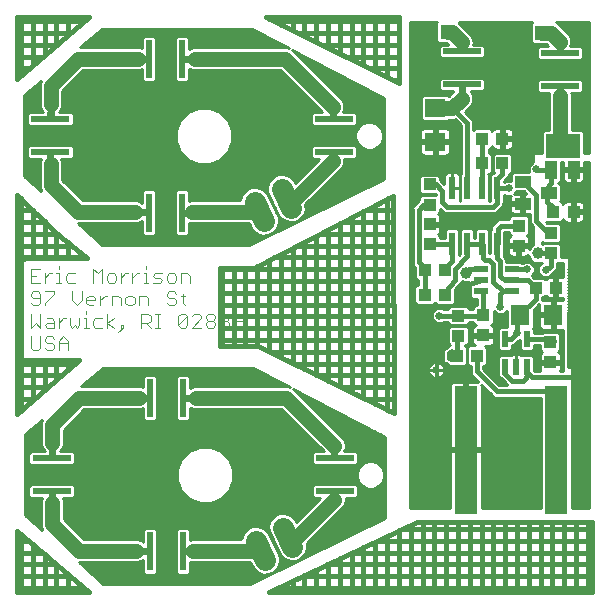
<source format=gtl>
G75*
G70*
%OFA0B0*%
%FSLAX24Y24*%
%IPPOS*%
%LPD*%
%AMOC8*
5,1,8,0,0,1.08239X$1,22.5*
%
%ADD10C,0.0040*%
%ADD11R,0.1299X0.0512*%
%ADD12R,0.0197X0.0354*%
%ADD13R,0.1299X0.0197*%
%ADD14R,0.0512X0.1299*%
%ADD15R,0.0354X0.0197*%
%ADD16R,0.0197X0.1299*%
%ADD17C,0.0709*%
%ADD18R,0.0220X0.0520*%
%ADD19R,0.0630X0.0709*%
%ADD20R,0.0710X0.0630*%
%ADD21R,0.1142X0.0807*%
%ADD22R,0.0394X0.0591*%
%ADD23R,0.0500X0.0220*%
%ADD24R,0.0433X0.0394*%
%ADD25R,0.0394X0.0433*%
%ADD26C,0.0250*%
%ADD27R,0.0551X0.0394*%
%ADD28R,0.0220X0.0780*%
%ADD29C,0.0120*%
%ADD30R,0.0750X0.4250*%
%ADD31C,0.0240*%
%ADD32C,0.0500*%
%ADD33C,0.0100*%
%ADD34C,0.0396*%
%ADD35C,0.0160*%
%ADD36R,0.0500X0.0500*%
D10*
X001385Y014647D02*
X001539Y014647D01*
X001616Y014724D01*
X001616Y015107D01*
X001769Y015031D02*
X001769Y014954D01*
X001846Y014877D01*
X001999Y014877D01*
X002076Y014801D01*
X002076Y014724D01*
X001999Y014647D01*
X001846Y014647D01*
X001769Y014724D01*
X001769Y015031D02*
X001846Y015107D01*
X001999Y015107D01*
X002076Y015031D01*
X002229Y014954D02*
X002383Y015107D01*
X002536Y014954D01*
X002536Y014647D01*
X002536Y014877D02*
X002229Y014877D01*
X002229Y014954D02*
X002229Y014647D01*
X002229Y015397D02*
X002229Y015704D01*
X002229Y015551D02*
X002383Y015704D01*
X002460Y015704D01*
X002613Y015704D02*
X002613Y015474D01*
X002690Y015397D01*
X002767Y015474D01*
X002843Y015397D01*
X002920Y015474D01*
X002920Y015704D01*
X003073Y015704D02*
X003150Y015704D01*
X003150Y015397D01*
X003073Y015397D02*
X003227Y015397D01*
X003380Y015474D02*
X003457Y015397D01*
X003687Y015397D01*
X003841Y015397D02*
X003841Y015857D01*
X003687Y015704D02*
X003457Y015704D01*
X003380Y015627D01*
X003380Y015474D01*
X003150Y015857D02*
X003150Y015934D01*
X003227Y016147D02*
X003150Y016224D01*
X003150Y016377D01*
X003227Y016454D01*
X003380Y016454D01*
X003457Y016377D01*
X003457Y016301D01*
X003150Y016301D01*
X002997Y016301D02*
X002997Y016607D01*
X002997Y016301D02*
X002843Y016147D01*
X002690Y016301D01*
X002690Y016607D01*
X002767Y016897D02*
X002536Y016897D01*
X002460Y016974D01*
X002460Y017127D01*
X002536Y017204D01*
X002767Y017204D01*
X002229Y017204D02*
X002229Y016897D01*
X002153Y016897D02*
X002306Y016897D01*
X002229Y017204D02*
X002153Y017204D01*
X001999Y017204D02*
X001923Y017204D01*
X001769Y017051D01*
X001769Y017204D02*
X001769Y016897D01*
X001616Y016897D02*
X001309Y016897D01*
X001309Y017357D01*
X001616Y017357D01*
X001462Y017127D02*
X001309Y017127D01*
X001385Y016607D02*
X001309Y016531D01*
X001309Y016454D01*
X001385Y016377D01*
X001616Y016377D01*
X001616Y016224D02*
X001616Y016531D01*
X001539Y016607D01*
X001385Y016607D01*
X001769Y016607D02*
X002076Y016607D01*
X002076Y016531D01*
X001769Y016224D01*
X001769Y016147D01*
X001616Y016224D02*
X001539Y016147D01*
X001385Y016147D01*
X001309Y016224D01*
X001309Y015857D02*
X001309Y015397D01*
X001462Y015551D01*
X001616Y015397D01*
X001616Y015857D01*
X001846Y015704D02*
X001999Y015704D01*
X002076Y015627D01*
X002076Y015397D01*
X001846Y015397D01*
X001769Y015474D01*
X001846Y015551D01*
X002076Y015551D01*
X001309Y015107D02*
X001309Y014724D01*
X001385Y014647D01*
X003227Y016147D02*
X003380Y016147D01*
X003611Y016147D02*
X003611Y016454D01*
X003611Y016301D02*
X003764Y016454D01*
X003841Y016454D01*
X003994Y016454D02*
X003994Y016147D01*
X003994Y016454D02*
X004224Y016454D01*
X004301Y016377D01*
X004301Y016147D01*
X004455Y016224D02*
X004455Y016377D01*
X004531Y016454D01*
X004685Y016454D01*
X004762Y016377D01*
X004762Y016224D01*
X004685Y016147D01*
X004531Y016147D01*
X004455Y016224D01*
X004915Y016147D02*
X004915Y016454D01*
X005145Y016454D01*
X005222Y016377D01*
X005222Y016147D01*
X005222Y015857D02*
X004992Y015857D01*
X004992Y015397D01*
X004992Y015551D02*
X005222Y015551D01*
X005299Y015627D01*
X005299Y015781D01*
X005222Y015857D01*
X005452Y015857D02*
X005606Y015857D01*
X005529Y015857D02*
X005529Y015397D01*
X005452Y015397D02*
X005606Y015397D01*
X005299Y015397D02*
X005145Y015551D01*
X004378Y015474D02*
X004378Y015397D01*
X004301Y015397D01*
X004301Y015474D01*
X004378Y015474D01*
X004378Y015397D02*
X004224Y015244D01*
X004071Y015397D02*
X003841Y015551D01*
X004071Y015704D01*
X004071Y016897D02*
X004148Y016974D01*
X004148Y017127D01*
X004071Y017204D01*
X003918Y017204D01*
X003841Y017127D01*
X003841Y016974D01*
X003918Y016897D01*
X004071Y016897D01*
X004301Y016897D02*
X004301Y017204D01*
X004301Y017051D02*
X004455Y017204D01*
X004531Y017204D01*
X004685Y017204D02*
X004685Y016897D01*
X004685Y017051D02*
X004838Y017204D01*
X004915Y017204D01*
X005069Y017204D02*
X005145Y017204D01*
X005145Y016897D01*
X005069Y016897D02*
X005222Y016897D01*
X005375Y016897D02*
X005606Y016897D01*
X005682Y016974D01*
X005606Y017051D01*
X005452Y017051D01*
X005375Y017127D01*
X005452Y017204D01*
X005682Y017204D01*
X005836Y017127D02*
X005836Y016974D01*
X005913Y016897D01*
X006066Y016897D01*
X006143Y016974D01*
X006143Y017127D01*
X006066Y017204D01*
X005913Y017204D01*
X005836Y017127D01*
X006296Y017204D02*
X006296Y016897D01*
X006296Y017204D02*
X006526Y017204D01*
X006603Y017127D01*
X006603Y016897D01*
X006373Y016531D02*
X006373Y016224D01*
X006450Y016147D01*
X006450Y015857D02*
X006526Y015781D01*
X006220Y015474D01*
X006296Y015397D01*
X006450Y015397D01*
X006526Y015474D01*
X006526Y015781D01*
X006450Y015857D02*
X006296Y015857D01*
X006220Y015781D01*
X006220Y015474D01*
X006680Y015397D02*
X006987Y015704D01*
X006987Y015781D01*
X006910Y015857D01*
X006757Y015857D01*
X006680Y015781D01*
X006680Y015397D02*
X006987Y015397D01*
X007140Y015474D02*
X007140Y015551D01*
X007217Y015627D01*
X007370Y015627D01*
X007447Y015551D01*
X007447Y015474D01*
X007370Y015397D01*
X007217Y015397D01*
X007140Y015474D01*
X007217Y015627D02*
X007140Y015704D01*
X007140Y015781D01*
X007217Y015857D01*
X007370Y015857D01*
X007447Y015781D01*
X007447Y015704D01*
X007370Y015627D01*
X007601Y015551D02*
X007677Y015627D01*
X007831Y015627D01*
X007908Y015551D01*
X007908Y015474D01*
X007831Y015397D01*
X007677Y015397D01*
X007601Y015474D01*
X007601Y015551D01*
X007677Y015627D02*
X007601Y015704D01*
X007601Y015781D01*
X007677Y015857D01*
X007831Y015857D01*
X007908Y015781D01*
X007908Y015704D01*
X007831Y015627D01*
X008061Y015704D02*
X008061Y015781D01*
X008138Y015857D01*
X008291Y015857D01*
X008368Y015781D01*
X008368Y015474D01*
X008291Y015397D01*
X008138Y015397D01*
X008061Y015474D01*
X008138Y015627D02*
X008368Y015627D01*
X008138Y015627D02*
X008061Y015704D01*
X006450Y016454D02*
X006296Y016454D01*
X006143Y016531D02*
X006066Y016607D01*
X005913Y016607D01*
X005836Y016531D01*
X005836Y016454D01*
X005913Y016377D01*
X006066Y016377D01*
X006143Y016301D01*
X006143Y016224D01*
X006066Y016147D01*
X005913Y016147D01*
X005836Y016224D01*
X005145Y017357D02*
X005145Y017434D01*
X003687Y017357D02*
X003687Y016897D01*
X003534Y017204D02*
X003687Y017357D01*
X003534Y017204D02*
X003380Y017357D01*
X003380Y016897D01*
X002229Y017357D02*
X002229Y017434D01*
D11*
X001958Y021792D03*
X011407Y021792D03*
X015679Y024052D03*
X018939Y024002D03*
X011446Y010493D03*
X001997Y010493D03*
D12*
X001997Y011123D03*
X001997Y009863D03*
X011446Y009863D03*
X011446Y011123D03*
X011407Y021163D03*
X011407Y022422D03*
X015679Y023422D03*
X015679Y024682D03*
X018939Y024632D03*
X018939Y023372D03*
X001958Y022422D03*
X001958Y021163D03*
D13*
X001958Y021241D03*
X001958Y022344D03*
X011407Y022344D03*
X011407Y021241D03*
X015679Y023501D03*
X015679Y024604D03*
X018939Y024554D03*
X018939Y023451D03*
X011446Y011044D03*
X011446Y009942D03*
X001997Y009942D03*
X001997Y011044D03*
D14*
X005836Y013052D03*
X005836Y007934D03*
X005797Y019233D03*
X005797Y024351D03*
D15*
X005167Y024351D03*
X006426Y024351D03*
X006426Y019233D03*
X005167Y019233D03*
X005206Y013052D03*
X006466Y013052D03*
X006466Y007934D03*
X005206Y007934D03*
D16*
X005285Y007934D03*
X006387Y007934D03*
X006387Y013052D03*
X005285Y013052D03*
X005245Y019233D03*
X006348Y019233D03*
X006348Y024351D03*
X005245Y024351D03*
D17*
X008771Y019592D02*
X009082Y018955D01*
X009981Y019393D02*
X009670Y020030D01*
X009710Y008731D02*
X010020Y008094D01*
X009121Y007656D02*
X008811Y008293D01*
D18*
X017109Y014092D03*
X017479Y014092D03*
X017849Y014092D03*
X017849Y015012D03*
X017109Y015012D03*
D19*
X017618Y015822D03*
X018720Y015822D03*
D20*
X014779Y021593D03*
X014779Y022712D03*
D21*
X019029Y021452D03*
D22*
X018655Y020655D03*
X019403Y020655D03*
D23*
X017339Y017342D03*
X017339Y016972D03*
X017339Y016602D03*
X016319Y016602D03*
X016319Y016972D03*
X016319Y017342D03*
D24*
X015104Y016492D03*
X015549Y015797D03*
X015549Y015128D03*
X016389Y015138D03*
X016389Y015807D03*
X018135Y016732D03*
X018804Y016732D03*
X018639Y017878D03*
X018639Y018547D03*
X014599Y019498D03*
X014599Y020167D03*
X014435Y016492D03*
D25*
X014435Y017322D03*
X015104Y017322D03*
X014609Y018178D03*
X014609Y018847D03*
X016355Y020872D03*
X017024Y020872D03*
X017024Y021692D03*
X016355Y021692D03*
X018725Y019262D03*
X019394Y019262D03*
X017569Y018797D03*
X017569Y018128D03*
X018619Y014907D03*
X018619Y014238D03*
X016174Y014462D03*
X015505Y014462D03*
D26*
X014819Y013982D03*
X014919Y015792D03*
X016949Y016092D03*
X017499Y015212D03*
X017839Y017342D03*
X018469Y017332D03*
X017229Y020042D03*
X018159Y020682D03*
D27*
X017706Y020266D03*
X017706Y019518D03*
X018572Y019892D03*
D28*
X016849Y020042D03*
X016349Y020042D03*
X015849Y020042D03*
X015349Y020042D03*
X015349Y018182D03*
X015849Y018182D03*
X016349Y018182D03*
X016849Y018182D03*
D29*
X015339Y014612D02*
X015339Y014312D01*
X015239Y014362D01*
X015239Y014562D01*
X015339Y014612D01*
X015339Y014535D02*
X015239Y014535D01*
X015239Y014416D02*
X015339Y014416D01*
D30*
X015804Y011322D03*
X018804Y011322D03*
D31*
X011446Y011123D02*
X011416Y011153D01*
X011416Y011456D01*
X011446Y009863D02*
X011416Y009833D01*
X011416Y009656D01*
X006816Y013056D02*
X006812Y013052D01*
X006466Y013052D01*
X005206Y013052D02*
X005202Y013056D01*
X004916Y013056D01*
X002016Y011556D02*
X002016Y011142D01*
X001997Y011123D01*
X001997Y009863D02*
X001997Y009575D01*
X002016Y009556D01*
X004816Y007956D02*
X005184Y007956D01*
X005206Y007934D01*
X006466Y007934D02*
X006694Y007934D01*
X006716Y007956D01*
X006655Y019233D02*
X006426Y019233D01*
X006655Y019233D02*
X006677Y019255D01*
X005167Y019233D02*
X005145Y019255D01*
X004777Y019255D01*
X001977Y020855D02*
X001958Y020874D01*
X001958Y021163D01*
X001958Y022422D02*
X001977Y022441D01*
X001977Y022855D01*
X004877Y024355D02*
X005163Y024355D01*
X005167Y024351D01*
X006426Y024351D02*
X006773Y024351D01*
X006777Y024355D01*
X011377Y022755D02*
X011377Y022452D01*
X011407Y022422D01*
X011407Y021163D02*
X011377Y021133D01*
X011377Y020955D01*
X015679Y023032D02*
X015679Y023422D01*
X015679Y024682D02*
X015679Y024922D01*
X018939Y024932D02*
X018939Y024632D01*
X018939Y023372D02*
X018939Y023142D01*
X018949Y023132D01*
D32*
X018949Y021532D01*
X019029Y021452D01*
X018939Y024932D02*
X018649Y025222D01*
X018349Y025222D01*
X015679Y024922D02*
X015329Y025242D01*
X015199Y025252D01*
X015679Y023032D02*
X015359Y022712D01*
X014779Y022712D01*
X011377Y022755D02*
X009777Y024355D01*
X006777Y024355D01*
X004877Y024355D02*
X002877Y024355D01*
X001977Y023455D01*
X001977Y022855D01*
X001977Y020855D02*
X001977Y020155D01*
X002877Y019255D01*
X004777Y019255D01*
X006677Y019255D02*
X008909Y019255D01*
X008927Y019273D01*
X009825Y019712D02*
X010133Y019712D01*
X011377Y020955D01*
X009816Y013056D02*
X006816Y013056D01*
X004916Y013056D02*
X002916Y013056D01*
X002016Y012156D01*
X002016Y011556D01*
X002016Y009556D02*
X002016Y008856D01*
X002916Y007956D01*
X004816Y007956D01*
X006716Y007956D02*
X008948Y007956D01*
X008966Y007974D01*
X009865Y008412D02*
X010172Y008412D01*
X011416Y009656D01*
X011416Y011456D02*
X009816Y013056D01*
D33*
X010097Y013313D02*
X010138Y013313D01*
X010138Y013271D02*
X010052Y013358D01*
X013116Y011756D01*
X013116Y009056D01*
X008616Y006856D01*
X003716Y006856D01*
X002902Y007576D01*
X004892Y007576D01*
X005031Y007634D01*
X005056Y007659D01*
X005056Y007231D01*
X005132Y007155D01*
X005437Y007155D01*
X005513Y007231D01*
X005513Y008638D01*
X005437Y008714D01*
X005132Y008714D01*
X005056Y008638D01*
X005056Y008254D01*
X005031Y008278D01*
X004892Y008336D01*
X003074Y008336D01*
X002396Y009014D01*
X002396Y009632D01*
X002362Y009714D01*
X002701Y009714D01*
X002777Y009790D01*
X002777Y010094D01*
X002701Y010170D01*
X001294Y010170D01*
X001218Y010094D01*
X001218Y009790D01*
X001294Y009714D01*
X001670Y009714D01*
X001636Y009632D01*
X001636Y008781D01*
X001691Y008647D01*
X001116Y009156D01*
X001116Y011856D01*
X001677Y012331D01*
X001636Y012232D01*
X001636Y011481D01*
X001694Y011341D01*
X001762Y011273D01*
X001294Y011273D01*
X001218Y011197D01*
X001218Y010892D01*
X001294Y010816D01*
X002701Y010816D01*
X002777Y010892D01*
X002777Y011197D01*
X002701Y011273D01*
X002270Y011273D01*
X002338Y011341D01*
X002396Y011481D01*
X002396Y011999D01*
X003074Y012676D01*
X004992Y012676D01*
X005056Y012703D01*
X005056Y012349D01*
X005132Y012273D01*
X005437Y012273D01*
X005513Y012349D01*
X005513Y013756D01*
X005437Y013832D01*
X005132Y013832D01*
X005056Y013756D01*
X005056Y013410D01*
X004992Y013436D01*
X002983Y013436D01*
X003716Y014056D01*
X008716Y014056D01*
X009942Y013415D01*
X009892Y013436D01*
X006741Y013436D01*
X006616Y013384D01*
X006616Y013756D01*
X006539Y013832D01*
X006235Y013832D01*
X006159Y013756D01*
X006159Y012349D01*
X006235Y012273D01*
X006539Y012273D01*
X006616Y012349D01*
X006616Y012728D01*
X006741Y012676D01*
X009659Y012676D01*
X011062Y011273D01*
X010743Y011273D01*
X010667Y011197D01*
X010667Y010892D01*
X010743Y010816D01*
X012150Y010816D01*
X012226Y010892D01*
X012226Y011197D01*
X012150Y011273D01*
X011752Y011273D01*
X011796Y011381D01*
X011796Y011532D01*
X011738Y011671D01*
X010138Y013271D01*
X010195Y013215D02*
X010326Y013215D01*
X010294Y013116D02*
X010514Y013116D01*
X010392Y013018D02*
X010703Y013018D01*
X010891Y012919D02*
X010491Y012919D01*
X010589Y012821D02*
X011080Y012821D01*
X011268Y012722D02*
X010688Y012722D01*
X010786Y012624D02*
X011457Y012624D01*
X011645Y012525D02*
X010885Y012525D01*
X010983Y012427D02*
X011834Y012427D01*
X012022Y012328D02*
X011082Y012328D01*
X011180Y012230D02*
X012210Y012230D01*
X012399Y012131D02*
X011279Y012131D01*
X011377Y012033D02*
X012587Y012033D01*
X012776Y011934D02*
X011476Y011934D01*
X011574Y011836D02*
X012964Y011836D01*
X013116Y011737D02*
X011673Y011737D01*
X011752Y011639D02*
X013116Y011639D01*
X013116Y011540D02*
X011793Y011540D01*
X011796Y011442D02*
X013116Y011442D01*
X013116Y011343D02*
X011781Y011343D01*
X012178Y011245D02*
X013116Y011245D01*
X013116Y011146D02*
X012226Y011146D01*
X012226Y011048D02*
X013116Y011048D01*
X013116Y010949D02*
X012735Y010949D01*
X012719Y010956D02*
X012535Y010956D01*
X012365Y010885D01*
X012235Y010755D01*
X012165Y010585D01*
X012165Y010401D01*
X012235Y010231D01*
X012365Y010101D01*
X012535Y010031D01*
X012719Y010031D01*
X012889Y010101D01*
X013019Y010231D01*
X013090Y010401D01*
X013090Y010585D01*
X013019Y010755D01*
X012889Y010885D01*
X012719Y010956D01*
X012520Y010949D02*
X012226Y010949D01*
X012184Y010851D02*
X012331Y010851D01*
X012234Y010752D02*
X008024Y010752D01*
X008054Y010680D02*
X007911Y011024D01*
X007647Y011288D01*
X007303Y011431D01*
X006930Y011431D01*
X006585Y011288D01*
X006322Y011024D01*
X006179Y010680D01*
X006179Y010307D01*
X006322Y009962D01*
X006585Y009699D01*
X006930Y009556D01*
X007303Y009556D01*
X007647Y009699D01*
X007911Y009962D01*
X008054Y010307D01*
X008054Y010680D01*
X008054Y010654D02*
X012193Y010654D01*
X012165Y010555D02*
X008054Y010555D01*
X008054Y010457D02*
X012165Y010457D01*
X012183Y010358D02*
X008054Y010358D01*
X008034Y010260D02*
X012223Y010260D01*
X012150Y010170D02*
X010743Y010170D01*
X010667Y010094D01*
X010667Y009790D01*
X010743Y009714D01*
X010936Y009714D01*
X010152Y008929D01*
X010103Y009030D01*
X009958Y009157D01*
X009776Y009220D01*
X009584Y009208D01*
X009411Y009124D01*
X009283Y008980D01*
X009220Y008797D01*
X009232Y008605D01*
X009627Y007795D01*
X009771Y007667D01*
X009954Y007605D01*
X010146Y007616D01*
X010319Y007701D01*
X010447Y007845D01*
X010509Y008027D01*
X010499Y008201D01*
X011738Y009441D01*
X011796Y009581D01*
X011796Y009714D01*
X012150Y009714D01*
X012226Y009790D01*
X012226Y010094D01*
X012150Y010170D01*
X012159Y010161D02*
X012305Y010161D01*
X012226Y010063D02*
X012458Y010063D01*
X012226Y009964D02*
X013116Y009964D01*
X013116Y009866D02*
X012226Y009866D01*
X012203Y009767D02*
X013116Y009767D01*
X013116Y009669D02*
X011796Y009669D01*
X011792Y009570D02*
X013116Y009570D01*
X013116Y009472D02*
X011751Y009472D01*
X011671Y009373D02*
X013116Y009373D01*
X013116Y009275D02*
X011572Y009275D01*
X011474Y009176D02*
X013116Y009176D01*
X013116Y009078D02*
X011375Y009078D01*
X011277Y008979D02*
X012959Y008979D01*
X012757Y008881D02*
X011178Y008881D01*
X011080Y008782D02*
X012556Y008782D01*
X012354Y008684D02*
X010981Y008684D01*
X010883Y008585D02*
X012153Y008585D01*
X011951Y008487D02*
X010784Y008487D01*
X010686Y008388D02*
X011750Y008388D01*
X011548Y008290D02*
X010587Y008290D01*
X010499Y008191D02*
X011347Y008191D01*
X011145Y008093D02*
X010505Y008093D01*
X010498Y007994D02*
X010944Y007994D01*
X010742Y007896D02*
X010464Y007896D01*
X010404Y007797D02*
X010541Y007797D01*
X010339Y007699D02*
X010315Y007699D01*
X010138Y007600D02*
X009610Y007600D01*
X009611Y007589D02*
X009599Y007781D01*
X009204Y008591D01*
X009059Y008719D01*
X008877Y008782D01*
X008685Y008770D01*
X008512Y008686D01*
X008384Y008541D01*
X008321Y008359D01*
X008323Y008336D01*
X006641Y008336D01*
X006616Y008326D01*
X006616Y008638D01*
X006539Y008714D01*
X006235Y008714D01*
X006159Y008638D01*
X006159Y007231D01*
X006235Y007155D01*
X006539Y007155D01*
X006616Y007231D01*
X006616Y007587D01*
X006641Y007576D01*
X008621Y007576D01*
X008728Y007357D01*
X008873Y007229D01*
X009055Y007166D01*
X009247Y007178D01*
X009420Y007262D01*
X009548Y007407D01*
X009611Y007589D01*
X009581Y007502D02*
X009937Y007502D01*
X009735Y007403D02*
X009545Y007403D01*
X009534Y007305D02*
X009458Y007305D01*
X009332Y007206D02*
X009305Y007206D01*
X009131Y007108D02*
X003432Y007108D01*
X003321Y007206D02*
X005081Y007206D01*
X005056Y007305D02*
X003209Y007305D01*
X003098Y007403D02*
X005056Y007403D01*
X005056Y007502D02*
X002987Y007502D01*
X003543Y007009D02*
X008929Y007009D01*
X008939Y007206D02*
X006591Y007206D01*
X006616Y007305D02*
X008787Y007305D01*
X008706Y007403D02*
X006616Y007403D01*
X006616Y007502D02*
X008658Y007502D01*
X008728Y006911D02*
X003655Y006911D01*
X004950Y007600D02*
X005056Y007600D01*
X005513Y007600D02*
X006159Y007600D01*
X006159Y007502D02*
X005513Y007502D01*
X005513Y007403D02*
X006159Y007403D01*
X006159Y007305D02*
X005513Y007305D01*
X005489Y007206D02*
X006183Y007206D01*
X006159Y007699D02*
X005513Y007699D01*
X005513Y007797D02*
X006159Y007797D01*
X006159Y007896D02*
X005513Y007896D01*
X005513Y007994D02*
X006159Y007994D01*
X006159Y008093D02*
X005513Y008093D01*
X005513Y008191D02*
X006159Y008191D01*
X006159Y008290D02*
X005513Y008290D01*
X005513Y008388D02*
X006159Y008388D01*
X006159Y008487D02*
X005513Y008487D01*
X005513Y008585D02*
X006159Y008585D01*
X006205Y008684D02*
X005467Y008684D01*
X005102Y008684D02*
X002726Y008684D01*
X002628Y008782D02*
X009221Y008782D01*
X009227Y008684D02*
X009099Y008684D01*
X009207Y008585D02*
X009242Y008585D01*
X009255Y008487D02*
X009290Y008487D01*
X009303Y008388D02*
X009338Y008388D01*
X009351Y008290D02*
X009386Y008290D01*
X009399Y008191D02*
X009434Y008191D01*
X009447Y008093D02*
X009482Y008093D01*
X009495Y007994D02*
X009530Y007994D01*
X009543Y007896D02*
X009578Y007896D01*
X009591Y007797D02*
X009626Y007797D01*
X009604Y007699D02*
X009736Y007699D01*
X009249Y008881D02*
X002529Y008881D01*
X002431Y008979D02*
X009283Y008979D01*
X009370Y009078D02*
X002396Y009078D01*
X002396Y009176D02*
X009518Y009176D01*
X009904Y009176D02*
X010399Y009176D01*
X010300Y009078D02*
X010048Y009078D01*
X010127Y008979D02*
X010202Y008979D01*
X010497Y009275D02*
X002396Y009275D01*
X002396Y009373D02*
X010596Y009373D01*
X010694Y009472D02*
X002396Y009472D01*
X002396Y009570D02*
X006895Y009570D01*
X006657Y009669D02*
X002381Y009669D01*
X002754Y009767D02*
X006517Y009767D01*
X006418Y009866D02*
X002777Y009866D01*
X002777Y009964D02*
X006321Y009964D01*
X006280Y010063D02*
X002777Y010063D01*
X002710Y010161D02*
X006239Y010161D01*
X006198Y010260D02*
X001116Y010260D01*
X001116Y010358D02*
X006179Y010358D01*
X006179Y010457D02*
X001116Y010457D01*
X001116Y010555D02*
X006179Y010555D01*
X006179Y010654D02*
X001116Y010654D01*
X001116Y010752D02*
X006209Y010752D01*
X006250Y010851D02*
X002736Y010851D01*
X002777Y010949D02*
X006290Y010949D01*
X006345Y011048D02*
X002777Y011048D01*
X002777Y011146D02*
X006444Y011146D01*
X006542Y011245D02*
X002729Y011245D01*
X002380Y011442D02*
X010893Y011442D01*
X010795Y011540D02*
X002396Y011540D01*
X002396Y011639D02*
X010696Y011639D01*
X010598Y011737D02*
X002396Y011737D01*
X002396Y011836D02*
X010499Y011836D01*
X010401Y011934D02*
X002396Y011934D01*
X002430Y012033D02*
X010302Y012033D01*
X010204Y012131D02*
X002529Y012131D01*
X002627Y012230D02*
X010105Y012230D01*
X010007Y012328D02*
X006595Y012328D01*
X006616Y012427D02*
X009908Y012427D01*
X009810Y012525D02*
X006616Y012525D01*
X006616Y012624D02*
X009711Y012624D01*
X009761Y013510D02*
X006616Y013510D01*
X006616Y013412D02*
X006681Y013412D01*
X006616Y013609D02*
X009572Y013609D01*
X009384Y013707D02*
X006616Y013707D01*
X006566Y013806D02*
X009195Y013806D01*
X009007Y013904D02*
X003537Y013904D01*
X003653Y014003D02*
X008819Y014003D01*
X006630Y012722D02*
X006616Y012722D01*
X006159Y012722D02*
X005513Y012722D01*
X005513Y012624D02*
X006159Y012624D01*
X006159Y012525D02*
X005513Y012525D01*
X005513Y012427D02*
X006159Y012427D01*
X006179Y012328D02*
X005493Y012328D01*
X005077Y012328D02*
X002726Y012328D01*
X002824Y012427D02*
X005056Y012427D01*
X005056Y012525D02*
X002923Y012525D01*
X003021Y012624D02*
X005056Y012624D01*
X005513Y012821D02*
X006159Y012821D01*
X006159Y012919D02*
X005513Y012919D01*
X005513Y013018D02*
X006159Y013018D01*
X006159Y013116D02*
X005513Y013116D01*
X005513Y013215D02*
X006159Y013215D01*
X006159Y013313D02*
X005513Y013313D01*
X005513Y013412D02*
X006159Y013412D01*
X006159Y013510D02*
X005513Y013510D01*
X005513Y013609D02*
X006159Y013609D01*
X006159Y013707D02*
X005513Y013707D01*
X005463Y013806D02*
X006209Y013806D01*
X005106Y013806D02*
X003420Y013806D01*
X003304Y013707D02*
X005056Y013707D01*
X005056Y013609D02*
X003187Y013609D01*
X003071Y013510D02*
X005056Y013510D01*
X005051Y013412D02*
X005056Y013412D01*
X006719Y011343D02*
X002339Y011343D01*
X001693Y011343D02*
X001116Y011343D01*
X001116Y011245D02*
X001266Y011245D01*
X001218Y011146D02*
X001116Y011146D01*
X001116Y011048D02*
X001218Y011048D01*
X001218Y010949D02*
X001116Y010949D01*
X001116Y010851D02*
X001259Y010851D01*
X001116Y011442D02*
X001652Y011442D01*
X001636Y011540D02*
X001116Y011540D01*
X001116Y011639D02*
X001636Y011639D01*
X001636Y011737D02*
X001116Y011737D01*
X001116Y011836D02*
X001636Y011836D01*
X001636Y011934D02*
X001208Y011934D01*
X001325Y012033D02*
X001636Y012033D01*
X001636Y012131D02*
X001441Y012131D01*
X001558Y012230D02*
X001636Y012230D01*
X001674Y012328D02*
X001676Y012328D01*
X001285Y010161D02*
X001116Y010161D01*
X001116Y010063D02*
X001218Y010063D01*
X001218Y009964D02*
X001116Y009964D01*
X001116Y009866D02*
X001218Y009866D01*
X001240Y009767D02*
X001116Y009767D01*
X001116Y009669D02*
X001652Y009669D01*
X001636Y009570D02*
X001116Y009570D01*
X001116Y009472D02*
X001636Y009472D01*
X001636Y009373D02*
X001116Y009373D01*
X001116Y009275D02*
X001636Y009275D01*
X001636Y009176D02*
X001116Y009176D01*
X001205Y009078D02*
X001636Y009078D01*
X001636Y008979D02*
X001316Y008979D01*
X001428Y008881D02*
X001636Y008881D01*
X001636Y008782D02*
X001539Y008782D01*
X001650Y008684D02*
X001676Y008684D01*
X002825Y008585D02*
X005056Y008585D01*
X005056Y008487D02*
X002923Y008487D01*
X003022Y008388D02*
X005056Y008388D01*
X005056Y008290D02*
X005004Y008290D01*
X006569Y008684D02*
X008510Y008684D01*
X008423Y008585D02*
X006616Y008585D01*
X006616Y008487D02*
X008365Y008487D01*
X008331Y008388D02*
X006616Y008388D01*
X007337Y009570D02*
X010793Y009570D01*
X010891Y009669D02*
X007575Y009669D01*
X007716Y009767D02*
X010689Y009767D01*
X010667Y009866D02*
X007814Y009866D01*
X007912Y009964D02*
X010667Y009964D01*
X010667Y010063D02*
X007953Y010063D01*
X007993Y010161D02*
X010733Y010161D01*
X010708Y010851D02*
X007983Y010851D01*
X007942Y010949D02*
X010667Y010949D01*
X010667Y011048D02*
X007887Y011048D01*
X007789Y011146D02*
X010667Y011146D01*
X010715Y011245D02*
X007690Y011245D01*
X007514Y011343D02*
X010992Y011343D01*
X012796Y010063D02*
X013116Y010063D01*
X013116Y010161D02*
X012949Y010161D01*
X013031Y010260D02*
X013116Y010260D01*
X013116Y010358D02*
X013072Y010358D01*
X013090Y010457D02*
X013116Y010457D01*
X013116Y010555D02*
X013090Y010555D01*
X013116Y010654D02*
X013061Y010654D01*
X013021Y010752D02*
X013116Y010752D01*
X013116Y010851D02*
X012924Y010851D01*
X013954Y010851D02*
X015279Y010851D01*
X015279Y010949D02*
X013954Y010949D01*
X013954Y011048D02*
X015279Y011048D01*
X015279Y011146D02*
X013954Y011146D01*
X013954Y011245D02*
X015279Y011245D01*
X015279Y011272D02*
X015279Y009377D01*
X013954Y009377D01*
X013954Y025567D01*
X014830Y025567D01*
X014819Y025556D01*
X014819Y025267D01*
X014815Y025206D01*
X014819Y025192D01*
X014819Y024949D01*
X014895Y024872D01*
X015171Y024872D01*
X015215Y024832D01*
X014976Y024832D01*
X014900Y024756D01*
X014900Y024451D01*
X014976Y024375D01*
X016383Y024375D01*
X016459Y024451D01*
X016459Y024756D01*
X016383Y024832D01*
X016051Y024832D01*
X016062Y024864D01*
X016056Y025015D01*
X015991Y025152D01*
X015603Y025507D01*
X015579Y025535D01*
X015579Y025556D01*
X015568Y025567D01*
X018010Y025567D01*
X017969Y025526D01*
X017969Y024919D01*
X018045Y024842D01*
X018492Y024842D01*
X018552Y024782D01*
X018236Y024782D01*
X018160Y024706D01*
X018160Y024401D01*
X018236Y024325D01*
X019643Y024325D01*
X019719Y024401D01*
X019719Y024706D01*
X019643Y024782D01*
X019288Y024782D01*
X019319Y024857D01*
X019319Y025008D01*
X019261Y025148D01*
X018971Y025438D01*
X018865Y025545D01*
X018809Y025567D01*
X019894Y025567D01*
X019894Y021231D01*
X019730Y021230D01*
X019730Y021910D01*
X019654Y021986D01*
X019329Y021986D01*
X019329Y023208D01*
X019323Y023223D01*
X019643Y023223D01*
X019719Y023299D01*
X019719Y023603D01*
X019643Y023680D01*
X018236Y023680D01*
X018160Y023603D01*
X018160Y023299D01*
X018236Y023223D01*
X018575Y023223D01*
X018569Y023208D01*
X018569Y021986D01*
X018405Y021986D01*
X018328Y021910D01*
X018328Y021222D01*
X018059Y021212D01*
X018059Y020917D01*
X018015Y020899D01*
X017943Y020827D01*
X017904Y020733D01*
X017904Y020632D01*
X017920Y020593D01*
X017377Y020593D01*
X017301Y020517D01*
X017301Y020289D01*
X017280Y020297D01*
X017179Y020297D01*
X017089Y020260D01*
X017089Y020295D01*
X017106Y020312D01*
X017229Y020435D01*
X017229Y020526D01*
X017275Y020526D01*
X017351Y020602D01*
X017351Y021143D01*
X017275Y021219D01*
X016773Y021219D01*
X016697Y021143D01*
X016697Y020602D01*
X016737Y020562D01*
X016685Y020562D01*
X016609Y020486D01*
X016609Y019632D01*
X016589Y019632D01*
X016589Y020486D01*
X016559Y020516D01*
X016559Y020526D01*
X016605Y020526D01*
X016681Y020602D01*
X016681Y021143D01*
X016605Y021219D01*
X016565Y021219D01*
X016565Y021346D01*
X016605Y021346D01*
X016681Y021422D01*
X016681Y021440D01*
X016687Y021418D01*
X016707Y021384D01*
X016735Y021356D01*
X016769Y021336D01*
X016807Y021326D01*
X016976Y021326D01*
X016976Y021644D01*
X017072Y021644D01*
X017072Y021326D01*
X017241Y021326D01*
X017279Y021336D01*
X017313Y021356D01*
X017341Y021384D01*
X017361Y021418D01*
X017371Y021456D01*
X017371Y021644D01*
X017072Y021644D01*
X017072Y021741D01*
X016976Y021741D01*
X016976Y022059D01*
X016807Y022059D01*
X016769Y022049D01*
X016735Y022029D01*
X016707Y022001D01*
X016687Y021967D01*
X016681Y021945D01*
X016681Y021963D01*
X016605Y022039D01*
X016104Y022039D01*
X016059Y021994D01*
X016059Y022309D01*
X015776Y022592D01*
X016001Y022817D01*
X016059Y022957D01*
X016059Y023108D01*
X016001Y023248D01*
X015976Y023273D01*
X016383Y023273D01*
X016459Y023349D01*
X016459Y023653D01*
X016383Y023730D01*
X014976Y023730D01*
X014900Y023653D01*
X014900Y023349D01*
X014976Y023273D01*
X015382Y023273D01*
X015227Y023118D01*
X015188Y023157D01*
X014371Y023157D01*
X014294Y023081D01*
X014294Y022343D01*
X014371Y022267D01*
X015188Y022267D01*
X015253Y022332D01*
X015435Y022332D01*
X015440Y022334D01*
X015639Y022135D01*
X015639Y020516D01*
X015609Y020486D01*
X015609Y019632D01*
X015609Y019633D01*
X015609Y020037D01*
X015354Y020037D01*
X015354Y020047D01*
X015344Y020047D01*
X015344Y020582D01*
X015220Y020582D01*
X015181Y020572D01*
X015147Y020552D01*
X015119Y020524D01*
X015100Y020490D01*
X015089Y020452D01*
X015089Y020179D01*
X014946Y020323D01*
X014946Y020418D01*
X014870Y020494D01*
X014329Y020494D01*
X014253Y020418D01*
X014253Y019916D01*
X014329Y019840D01*
X014799Y019840D01*
X014799Y019825D01*
X014329Y019825D01*
X014253Y019748D01*
X014253Y019655D01*
X014218Y019618D01*
X014159Y019559D01*
X014159Y019555D01*
X014088Y019478D01*
X014029Y019419D01*
X014029Y019415D01*
X014026Y019412D01*
X014029Y019328D01*
X014029Y017666D01*
X014027Y017664D01*
X014029Y017580D01*
X014029Y017495D01*
X014032Y017493D01*
X014032Y017490D01*
X014093Y017432D01*
X014108Y017417D01*
X014108Y017052D01*
X014184Y016976D01*
X014225Y016976D01*
X014225Y016819D01*
X014164Y016819D01*
X014088Y016743D01*
X014088Y016242D01*
X014164Y016166D01*
X014705Y016166D01*
X014769Y016230D01*
X014834Y016166D01*
X015374Y016166D01*
X015450Y016242D01*
X015450Y016668D01*
X015612Y016848D01*
X015669Y016905D01*
X015669Y016912D01*
X015674Y016917D01*
X015673Y016934D01*
X015744Y016904D01*
X015875Y016904D01*
X015919Y016923D01*
X015919Y016843D01*
X015930Y016804D01*
X015947Y016774D01*
X015939Y016766D01*
X015939Y016439D01*
X016015Y016362D01*
X016179Y016362D01*
X016179Y016134D01*
X016119Y016134D01*
X016043Y016058D01*
X016043Y016007D01*
X015896Y016007D01*
X015896Y016048D01*
X015820Y016124D01*
X015279Y016124D01*
X015203Y016048D01*
X015203Y016007D01*
X015065Y016007D01*
X015064Y016009D01*
X014970Y016047D01*
X014869Y016047D01*
X014775Y016009D01*
X014703Y015937D01*
X014664Y015843D01*
X014664Y015742D01*
X014703Y015648D01*
X014775Y015576D01*
X014869Y015537D01*
X014970Y015537D01*
X015064Y015576D01*
X015075Y015587D01*
X015203Y015587D01*
X015203Y015546D01*
X015279Y015470D01*
X015820Y015470D01*
X015896Y015546D01*
X015896Y015587D01*
X016043Y015587D01*
X016043Y015556D01*
X016119Y015480D01*
X016137Y015480D01*
X016115Y015474D01*
X016081Y015455D01*
X016053Y015427D01*
X016033Y015392D01*
X016023Y015354D01*
X016023Y015186D01*
X016341Y015186D01*
X016341Y015089D01*
X016023Y015089D01*
X016023Y014921D01*
X016033Y014883D01*
X016053Y014849D01*
X016081Y014821D01*
X016101Y014809D01*
X015923Y014809D01*
X015847Y014733D01*
X015847Y014192D01*
X015923Y014116D01*
X015964Y014116D01*
X015964Y013851D01*
X016224Y013591D01*
X016199Y013597D01*
X015854Y013597D01*
X015854Y011372D01*
X016329Y011372D01*
X016329Y013467D01*
X016323Y013492D01*
X016629Y013185D01*
X016752Y013062D01*
X018299Y013062D01*
X018299Y009377D01*
X016329Y009377D01*
X016329Y011272D01*
X015854Y011272D01*
X015854Y011372D01*
X015754Y011372D01*
X015754Y011272D01*
X015279Y011272D01*
X015279Y011372D02*
X015754Y011372D01*
X015754Y013597D01*
X015410Y013597D01*
X015371Y013587D01*
X015337Y013567D01*
X015309Y013539D01*
X015290Y013505D01*
X015279Y013467D01*
X015279Y011372D01*
X015279Y011442D02*
X013954Y011442D01*
X013954Y011540D02*
X015279Y011540D01*
X015279Y011639D02*
X013954Y011639D01*
X013954Y011737D02*
X015279Y011737D01*
X015279Y011836D02*
X013954Y011836D01*
X013954Y011934D02*
X015279Y011934D01*
X015279Y012033D02*
X013954Y012033D01*
X013954Y012131D02*
X015279Y012131D01*
X015279Y012230D02*
X013954Y012230D01*
X013954Y012328D02*
X015279Y012328D01*
X015279Y012427D02*
X013954Y012427D01*
X013954Y012525D02*
X015279Y012525D01*
X015279Y012624D02*
X013954Y012624D01*
X013954Y012722D02*
X015279Y012722D01*
X015279Y012821D02*
X013954Y012821D01*
X013954Y012919D02*
X015279Y012919D01*
X015279Y013018D02*
X013954Y013018D01*
X013954Y013116D02*
X015279Y013116D01*
X015279Y013215D02*
X013954Y013215D01*
X013954Y013313D02*
X015279Y013313D01*
X015279Y013412D02*
X013954Y013412D01*
X013954Y013510D02*
X015292Y013510D01*
X015032Y013806D02*
X016009Y013806D01*
X015964Y013904D02*
X015084Y013904D01*
X015084Y013902D02*
X015094Y013955D01*
X015094Y013970D01*
X014832Y013970D01*
X014832Y013995D01*
X015094Y013995D01*
X015094Y014009D01*
X015084Y014063D01*
X015063Y014113D01*
X015033Y014158D01*
X014995Y014196D01*
X014950Y014226D01*
X014900Y014247D01*
X014846Y014257D01*
X014832Y014257D01*
X014832Y013995D01*
X014807Y013995D01*
X014807Y014257D01*
X014792Y014257D01*
X014739Y014247D01*
X014689Y014226D01*
X014644Y014196D01*
X014606Y014158D01*
X014576Y014113D01*
X014555Y014063D01*
X014544Y014009D01*
X014544Y013995D01*
X014807Y013995D01*
X014807Y013970D01*
X014832Y013970D01*
X014832Y013707D01*
X014846Y013707D01*
X014900Y013718D01*
X014950Y013739D01*
X014995Y013769D01*
X015033Y013807D01*
X015063Y013852D01*
X015084Y013902D01*
X015094Y014003D02*
X015964Y014003D01*
X015964Y014101D02*
X015068Y014101D01*
X015161Y014172D02*
X015194Y014172D01*
X015200Y014169D01*
X015254Y014116D01*
X015308Y014116D01*
X015325Y014107D01*
X015351Y014116D01*
X015755Y014116D01*
X015831Y014192D01*
X015831Y014733D01*
X015763Y014801D01*
X015820Y014801D01*
X015896Y014877D01*
X015896Y015378D01*
X015820Y015455D01*
X015279Y015455D01*
X015203Y015378D01*
X015203Y014877D01*
X015271Y014809D01*
X015254Y014809D01*
X015200Y014755D01*
X015194Y014752D01*
X015161Y014752D01*
X015127Y014719D01*
X015084Y014697D01*
X015073Y014665D01*
X015049Y014641D01*
X015049Y014593D01*
X015034Y014548D01*
X015049Y014518D01*
X015049Y014407D01*
X015034Y014377D01*
X015049Y014332D01*
X015049Y014284D01*
X015073Y014260D01*
X015084Y014228D01*
X015127Y014206D01*
X015161Y014172D01*
X015133Y014200D02*
X014989Y014200D01*
X015049Y014298D02*
X013954Y014298D01*
X013954Y014200D02*
X014650Y014200D01*
X014571Y014101D02*
X013954Y014101D01*
X013954Y014003D02*
X014544Y014003D01*
X014544Y013970D02*
X014544Y013955D01*
X014555Y013902D01*
X014576Y013852D01*
X014606Y013807D01*
X014644Y013769D01*
X014689Y013739D01*
X014739Y013718D01*
X014792Y013707D01*
X014807Y013707D01*
X014807Y013970D01*
X014544Y013970D01*
X014554Y013904D02*
X013954Y013904D01*
X013954Y013806D02*
X014607Y013806D01*
X014807Y013806D02*
X014832Y013806D01*
X014832Y013904D02*
X014807Y013904D01*
X014807Y014003D02*
X014832Y014003D01*
X014832Y014101D02*
X014807Y014101D01*
X014807Y014200D02*
X014832Y014200D01*
X015044Y014397D02*
X013954Y014397D01*
X013954Y014495D02*
X015049Y014495D01*
X015049Y014594D02*
X013954Y014594D01*
X013954Y014692D02*
X015082Y014692D01*
X015236Y014791D02*
X013954Y014791D01*
X013954Y014889D02*
X015203Y014889D01*
X015203Y014988D02*
X013954Y014988D01*
X013954Y015086D02*
X015203Y015086D01*
X015203Y015185D02*
X013954Y015185D01*
X013954Y015283D02*
X015203Y015283D01*
X015206Y015382D02*
X013954Y015382D01*
X013954Y015480D02*
X015269Y015480D01*
X015203Y015579D02*
X015066Y015579D01*
X014772Y015579D02*
X013954Y015579D01*
X013954Y015677D02*
X014691Y015677D01*
X014664Y015776D02*
X013954Y015776D01*
X013954Y015874D02*
X014677Y015874D01*
X014739Y015973D02*
X013954Y015973D01*
X013954Y016071D02*
X015226Y016071D01*
X015379Y016170D02*
X016179Y016170D01*
X016179Y016268D02*
X015450Y016268D01*
X015450Y016367D02*
X016011Y016367D01*
X015939Y016465D02*
X015450Y016465D01*
X015450Y016564D02*
X015939Y016564D01*
X015939Y016662D02*
X015450Y016662D01*
X015533Y016761D02*
X015939Y016761D01*
X015919Y016859D02*
X015623Y016859D01*
X015872Y016071D02*
X016056Y016071D01*
X016043Y015579D02*
X015896Y015579D01*
X015830Y015480D02*
X016119Y015480D01*
X016030Y015382D02*
X015893Y015382D01*
X015896Y015283D02*
X016023Y015283D01*
X015896Y015185D02*
X016341Y015185D01*
X016438Y015185D02*
X016869Y015185D01*
X016869Y015283D02*
X016756Y015283D01*
X016756Y015354D02*
X016746Y015392D01*
X016726Y015427D01*
X016698Y015455D01*
X016664Y015474D01*
X016642Y015480D01*
X016660Y015480D01*
X017173Y015480D01*
X017173Y015414D02*
X017185Y015402D01*
X016945Y015402D01*
X016869Y015326D01*
X016869Y014699D01*
X016945Y014622D01*
X017273Y014622D01*
X017349Y014699D01*
X017349Y014802D01*
X017386Y014802D01*
X017541Y014957D01*
X017550Y014957D01*
X017609Y014982D01*
X017609Y014699D01*
X017685Y014622D01*
X018013Y014622D01*
X018089Y014699D01*
X018089Y014802D01*
X018292Y014802D01*
X018292Y014637D01*
X018346Y014583D01*
X018330Y014574D01*
X018302Y014546D01*
X018283Y014512D01*
X018272Y014474D01*
X018272Y014286D01*
X018571Y014286D01*
X018571Y014189D01*
X018272Y014189D01*
X018272Y014001D01*
X018283Y013963D01*
X018289Y013952D01*
X018100Y013952D01*
X018089Y013963D01*
X018089Y014406D01*
X018013Y014482D01*
X017685Y014482D01*
X017678Y014475D01*
X017647Y014492D01*
X017609Y014502D01*
X017484Y014502D01*
X017484Y014097D01*
X017474Y014097D01*
X017474Y014502D01*
X017350Y014502D01*
X017311Y014492D01*
X017281Y014475D01*
X017273Y014482D01*
X016945Y014482D01*
X016869Y014406D01*
X016869Y013779D01*
X016945Y013702D01*
X016972Y013702D01*
X017139Y013535D01*
X017192Y013482D01*
X016926Y013482D01*
X016384Y014025D01*
X016384Y014116D01*
X016425Y014116D01*
X016501Y014192D01*
X016501Y014733D01*
X016443Y014791D01*
X016869Y014791D01*
X016869Y014889D02*
X016747Y014889D01*
X016746Y014883D02*
X016756Y014921D01*
X016756Y015089D01*
X016438Y015089D01*
X016438Y015186D01*
X016756Y015186D01*
X016756Y015354D01*
X016748Y015382D02*
X016925Y015382D01*
X017173Y015414D02*
X017173Y015966D01*
X017165Y015948D01*
X017094Y015876D01*
X017000Y015837D01*
X016899Y015837D01*
X016805Y015876D01*
X016736Y015945D01*
X016736Y015556D01*
X016660Y015480D01*
X016736Y015579D02*
X017173Y015579D01*
X017173Y015677D02*
X016736Y015677D01*
X016736Y015776D02*
X017173Y015776D01*
X017173Y015874D02*
X017089Y015874D01*
X016810Y015874D02*
X016736Y015874D01*
X016756Y015086D02*
X016869Y015086D01*
X016869Y014988D02*
X016756Y014988D01*
X016746Y014883D02*
X016726Y014849D01*
X016698Y014821D01*
X016664Y014801D01*
X016626Y014791D01*
X016443Y014791D01*
X016501Y014692D02*
X016876Y014692D01*
X016501Y014594D02*
X018335Y014594D01*
X018292Y014692D02*
X018083Y014692D01*
X018089Y014791D02*
X018292Y014791D01*
X018278Y014495D02*
X017636Y014495D01*
X017484Y014495D02*
X017474Y014495D01*
X017474Y014397D02*
X017484Y014397D01*
X017474Y014298D02*
X017484Y014298D01*
X017474Y014200D02*
X017484Y014200D01*
X017474Y014101D02*
X017484Y014101D01*
X017323Y014495D02*
X016501Y014495D01*
X016501Y014397D02*
X016869Y014397D01*
X016869Y014298D02*
X016501Y014298D01*
X016501Y014200D02*
X016869Y014200D01*
X016869Y014101D02*
X016384Y014101D01*
X016406Y014003D02*
X016869Y014003D01*
X016869Y013904D02*
X016504Y013904D01*
X016603Y013806D02*
X016869Y013806D01*
X016941Y013707D02*
X016701Y013707D01*
X016800Y013609D02*
X017066Y013609D01*
X017164Y013510D02*
X016898Y013510D01*
X016600Y013215D02*
X016329Y013215D01*
X016329Y013313D02*
X016501Y013313D01*
X016403Y013412D02*
X016329Y013412D01*
X016206Y013609D02*
X013954Y013609D01*
X013954Y013707D02*
X016107Y013707D01*
X015854Y013510D02*
X015754Y013510D01*
X015754Y013412D02*
X015854Y013412D01*
X015854Y013313D02*
X015754Y013313D01*
X015754Y013215D02*
X015854Y013215D01*
X015854Y013116D02*
X015754Y013116D01*
X015754Y013018D02*
X015854Y013018D01*
X015854Y012919D02*
X015754Y012919D01*
X015754Y012821D02*
X015854Y012821D01*
X015854Y012722D02*
X015754Y012722D01*
X015754Y012624D02*
X015854Y012624D01*
X015854Y012525D02*
X015754Y012525D01*
X015754Y012427D02*
X015854Y012427D01*
X015854Y012328D02*
X015754Y012328D01*
X015754Y012230D02*
X015854Y012230D01*
X015854Y012131D02*
X015754Y012131D01*
X015754Y012033D02*
X015854Y012033D01*
X015854Y011934D02*
X015754Y011934D01*
X015754Y011836D02*
X015854Y011836D01*
X015854Y011737D02*
X015754Y011737D01*
X015754Y011639D02*
X015854Y011639D01*
X015854Y011540D02*
X015754Y011540D01*
X015754Y011442D02*
X015854Y011442D01*
X015854Y011343D02*
X018299Y011343D01*
X018299Y011245D02*
X016329Y011245D01*
X016329Y011146D02*
X018299Y011146D01*
X018299Y011048D02*
X016329Y011048D01*
X016329Y010949D02*
X018299Y010949D01*
X018299Y010851D02*
X016329Y010851D01*
X016329Y010752D02*
X018299Y010752D01*
X018299Y010654D02*
X016329Y010654D01*
X016329Y010555D02*
X018299Y010555D01*
X018299Y010457D02*
X016329Y010457D01*
X016329Y010358D02*
X018299Y010358D01*
X018299Y010260D02*
X016329Y010260D01*
X016329Y010161D02*
X018299Y010161D01*
X018299Y010063D02*
X016329Y010063D01*
X016329Y009964D02*
X018299Y009964D01*
X018299Y009866D02*
X016329Y009866D01*
X016329Y009767D02*
X018299Y009767D01*
X018299Y009669D02*
X016329Y009669D01*
X016329Y009570D02*
X018299Y009570D01*
X018299Y009472D02*
X016329Y009472D01*
X015279Y009472D02*
X013954Y009472D01*
X013954Y009570D02*
X015279Y009570D01*
X015279Y009669D02*
X013954Y009669D01*
X013954Y009767D02*
X015279Y009767D01*
X015279Y009866D02*
X013954Y009866D01*
X013954Y009964D02*
X015279Y009964D01*
X015279Y010063D02*
X013954Y010063D01*
X013954Y010161D02*
X015279Y010161D01*
X015279Y010260D02*
X013954Y010260D01*
X013954Y010358D02*
X015279Y010358D01*
X015279Y010457D02*
X013954Y010457D01*
X013954Y010555D02*
X015279Y010555D01*
X015279Y010654D02*
X013954Y010654D01*
X013954Y010752D02*
X015279Y010752D01*
X015754Y011343D02*
X013954Y011343D01*
X016329Y011442D02*
X018299Y011442D01*
X018299Y011540D02*
X016329Y011540D01*
X016329Y011639D02*
X018299Y011639D01*
X018299Y011737D02*
X016329Y011737D01*
X016329Y011836D02*
X018299Y011836D01*
X018299Y011934D02*
X016329Y011934D01*
X016329Y012033D02*
X018299Y012033D01*
X018299Y012131D02*
X016329Y012131D01*
X016329Y012230D02*
X018299Y012230D01*
X018299Y012328D02*
X016329Y012328D01*
X016329Y012427D02*
X018299Y012427D01*
X018299Y012525D02*
X016329Y012525D01*
X016329Y012624D02*
X018299Y012624D01*
X018299Y012722D02*
X016329Y012722D01*
X016329Y012821D02*
X018299Y012821D01*
X018299Y012919D02*
X016329Y012919D01*
X016329Y013018D02*
X018299Y013018D01*
X018272Y014003D02*
X018089Y014003D01*
X018089Y014101D02*
X018272Y014101D01*
X018272Y014298D02*
X018089Y014298D01*
X018089Y014200D02*
X018571Y014200D01*
X018668Y014200D02*
X019035Y014200D01*
X018966Y014189D02*
X018668Y014189D01*
X018668Y014286D01*
X018966Y014286D01*
X018966Y014474D01*
X018956Y014512D01*
X018936Y014546D01*
X018908Y014574D01*
X018893Y014583D01*
X018946Y014637D01*
X018946Y014933D01*
X018961Y014975D01*
X018946Y015006D01*
X018946Y015177D01*
X018870Y015254D01*
X018369Y015254D01*
X018337Y015222D01*
X018089Y015222D01*
X018089Y015326D01*
X018032Y015383D01*
X018063Y015414D01*
X018063Y015999D01*
X018216Y016152D01*
X018256Y016192D01*
X018256Y015872D01*
X018670Y015872D01*
X018670Y015772D01*
X018256Y015772D01*
X018256Y015448D01*
X018266Y015410D01*
X018285Y015376D01*
X018313Y015348D01*
X018348Y015328D01*
X018386Y015318D01*
X018670Y015318D01*
X018670Y015772D01*
X018770Y015772D01*
X018770Y015318D01*
X019043Y015318D01*
X019033Y013952D01*
X018950Y013952D01*
X018956Y013963D01*
X018966Y014001D01*
X018966Y014189D01*
X018966Y014101D02*
X019034Y014101D01*
X019033Y014003D02*
X018966Y014003D01*
X019199Y014072D02*
X019229Y017752D01*
X018986Y017752D01*
X018986Y018128D01*
X018910Y018205D01*
X018369Y018205D01*
X018338Y018174D01*
X018334Y018176D01*
X018333Y018256D01*
X018369Y018220D01*
X018910Y018220D01*
X018986Y018296D01*
X018986Y018798D01*
X018910Y018874D01*
X018518Y018874D01*
X018479Y018916D01*
X018975Y018916D01*
X019051Y018992D01*
X019051Y019010D01*
X019057Y018988D01*
X019077Y018954D01*
X019105Y018926D01*
X019139Y018906D01*
X019177Y018896D01*
X019346Y018896D01*
X019346Y019214D01*
X019442Y019214D01*
X019442Y018896D01*
X019611Y018896D01*
X019649Y018906D01*
X019683Y018926D01*
X019711Y018954D01*
X019731Y018988D01*
X019741Y019026D01*
X019741Y019214D01*
X019442Y019214D01*
X019442Y019311D01*
X019346Y019311D01*
X019346Y019629D01*
X019177Y019629D01*
X019139Y019619D01*
X019105Y019599D01*
X019077Y019571D01*
X019057Y019537D01*
X019051Y019515D01*
X019051Y019533D01*
X018975Y019609D01*
X018945Y019609D01*
X018978Y019642D01*
X018978Y020143D01*
X018902Y020219D01*
X018869Y020219D01*
X018869Y020230D01*
X018906Y020230D01*
X018982Y020306D01*
X018982Y020916D01*
X019056Y020916D01*
X019056Y020704D01*
X019355Y020704D01*
X019355Y020607D01*
X019056Y020607D01*
X019056Y020340D01*
X019067Y020302D01*
X019086Y020268D01*
X019114Y020240D01*
X019149Y020220D01*
X019187Y020210D01*
X019355Y020210D01*
X019355Y020607D01*
X019452Y020607D01*
X019452Y020704D01*
X019750Y020704D01*
X019750Y020920D01*
X019894Y020921D01*
X019894Y009377D01*
X019329Y009377D01*
X019329Y014082D01*
X019199Y014072D01*
X019200Y014101D02*
X019894Y014101D01*
X019894Y014003D02*
X019329Y014003D01*
X019329Y013904D02*
X019894Y013904D01*
X019894Y013806D02*
X019329Y013806D01*
X019329Y013707D02*
X019894Y013707D01*
X019894Y013609D02*
X019329Y013609D01*
X019329Y013510D02*
X019894Y013510D01*
X019894Y013412D02*
X019329Y013412D01*
X019329Y013313D02*
X019894Y013313D01*
X019894Y013215D02*
X019329Y013215D01*
X019329Y013116D02*
X019894Y013116D01*
X019894Y013018D02*
X019329Y013018D01*
X019329Y012919D02*
X019894Y012919D01*
X019894Y012821D02*
X019329Y012821D01*
X019329Y012722D02*
X019894Y012722D01*
X019894Y012624D02*
X019329Y012624D01*
X019329Y012525D02*
X019894Y012525D01*
X019894Y012427D02*
X019329Y012427D01*
X019329Y012328D02*
X019894Y012328D01*
X019894Y012230D02*
X019329Y012230D01*
X019329Y012131D02*
X019894Y012131D01*
X019894Y012033D02*
X019329Y012033D01*
X019329Y011934D02*
X019894Y011934D01*
X019894Y011836D02*
X019329Y011836D01*
X019329Y011737D02*
X019894Y011737D01*
X019894Y011639D02*
X019329Y011639D01*
X019329Y011540D02*
X019894Y011540D01*
X019894Y011442D02*
X019329Y011442D01*
X019329Y011343D02*
X019894Y011343D01*
X019894Y011245D02*
X019329Y011245D01*
X019329Y011146D02*
X019894Y011146D01*
X019894Y011048D02*
X019329Y011048D01*
X019329Y010949D02*
X019894Y010949D01*
X019894Y010851D02*
X019329Y010851D01*
X019329Y010752D02*
X019894Y010752D01*
X019894Y010654D02*
X019329Y010654D01*
X019329Y010555D02*
X019894Y010555D01*
X019894Y010457D02*
X019329Y010457D01*
X019329Y010358D02*
X019894Y010358D01*
X019894Y010260D02*
X019329Y010260D01*
X019329Y010161D02*
X019894Y010161D01*
X019894Y010063D02*
X019329Y010063D01*
X019329Y009964D02*
X019894Y009964D01*
X019894Y009866D02*
X019329Y009866D01*
X019329Y009767D02*
X019894Y009767D01*
X019894Y009669D02*
X019329Y009669D01*
X019329Y009570D02*
X019894Y009570D01*
X019894Y009472D02*
X019329Y009472D01*
X016698Y013116D02*
X016329Y013116D01*
X015847Y014200D02*
X015831Y014200D01*
X015831Y014298D02*
X015847Y014298D01*
X015847Y014397D02*
X015831Y014397D01*
X015831Y014495D02*
X015847Y014495D01*
X015847Y014594D02*
X015831Y014594D01*
X015831Y014692D02*
X015847Y014692D01*
X015905Y014791D02*
X015774Y014791D01*
X015896Y014889D02*
X016031Y014889D01*
X016023Y014988D02*
X015896Y014988D01*
X015896Y015086D02*
X016023Y015086D01*
X017349Y014791D02*
X017609Y014791D01*
X017609Y014889D02*
X017473Y014889D01*
X017343Y014692D02*
X017616Y014692D01*
X018089Y014397D02*
X018272Y014397D01*
X018903Y014594D02*
X019037Y014594D01*
X019038Y014692D02*
X018946Y014692D01*
X018946Y014791D02*
X019039Y014791D01*
X019040Y014889D02*
X018946Y014889D01*
X018955Y014988D02*
X019040Y014988D01*
X019041Y015086D02*
X018946Y015086D01*
X018939Y015185D02*
X019042Y015185D01*
X019043Y015283D02*
X018089Y015283D01*
X018034Y015382D02*
X018282Y015382D01*
X018256Y015480D02*
X018063Y015480D01*
X018063Y015579D02*
X018256Y015579D01*
X018256Y015677D02*
X018063Y015677D01*
X018063Y015776D02*
X018670Y015776D01*
X018670Y015872D02*
X018670Y016327D01*
X018386Y016327D01*
X018348Y016316D01*
X018339Y016312D01*
X018339Y016406D01*
X018405Y016406D01*
X018458Y016459D01*
X018467Y016443D01*
X018495Y016415D01*
X018530Y016396D01*
X018568Y016386D01*
X018756Y016386D01*
X018756Y016684D01*
X018852Y016684D01*
X018852Y016386D01*
X019040Y016386D01*
X019051Y016388D01*
X019050Y016327D01*
X018770Y016327D01*
X018770Y015872D01*
X018670Y015872D01*
X018670Y015874D02*
X018770Y015874D01*
X018770Y015973D02*
X018670Y015973D01*
X018670Y016071D02*
X018770Y016071D01*
X018770Y016170D02*
X018670Y016170D01*
X018670Y016268D02*
X018770Y016268D01*
X018756Y016465D02*
X018852Y016465D01*
X018852Y016564D02*
X018756Y016564D01*
X018756Y016662D02*
X018852Y016662D01*
X018852Y016781D02*
X018756Y016781D01*
X018756Y017079D01*
X018568Y017079D01*
X018530Y017069D01*
X018495Y017049D01*
X018467Y017021D01*
X018458Y017006D01*
X018405Y017059D01*
X018090Y017059D01*
X018020Y017124D01*
X018001Y017143D01*
X018055Y017198D01*
X018094Y017292D01*
X018094Y017393D01*
X018055Y017487D01*
X017984Y017559D01*
X017890Y017597D01*
X017789Y017597D01*
X017695Y017559D01*
X017689Y017552D01*
X017673Y017552D01*
X017643Y017582D01*
X017149Y017582D01*
X017149Y017606D01*
X017154Y017687D01*
X017149Y017692D01*
X017149Y017699D01*
X017092Y017756D01*
X017089Y017760D01*
X017089Y018587D01*
X017242Y018587D01*
X017242Y018527D01*
X017296Y018473D01*
X017280Y018464D01*
X017252Y018436D01*
X017233Y018402D01*
X017222Y018364D01*
X017222Y018176D01*
X017521Y018176D01*
X017521Y018079D01*
X017618Y018079D01*
X017618Y018176D01*
X017916Y018176D01*
X017916Y018364D01*
X017906Y018402D01*
X017886Y018436D01*
X017858Y018464D01*
X017843Y018473D01*
X017896Y018527D01*
X017896Y019067D01*
X017820Y019144D01*
X017319Y019144D01*
X017242Y019067D01*
X017242Y019007D01*
X016887Y019007D01*
X016782Y018902D01*
X016659Y018779D01*
X016659Y018676D01*
X016609Y018626D01*
X016609Y017872D01*
X016589Y017872D01*
X016589Y018626D01*
X016513Y018702D01*
X016185Y018702D01*
X016109Y018626D01*
X016109Y018392D01*
X016089Y018392D01*
X016089Y018626D01*
X016013Y018702D01*
X015685Y018702D01*
X015609Y018626D01*
X015609Y017842D01*
X015589Y017820D01*
X015589Y018626D01*
X015513Y018702D01*
X015185Y018702D01*
X015109Y018626D01*
X015109Y018388D01*
X014936Y018388D01*
X014936Y018448D01*
X014883Y018501D01*
X014898Y018510D01*
X014926Y018538D01*
X014946Y018573D01*
X014956Y018611D01*
X014956Y018799D01*
X014658Y018799D01*
X014658Y018895D01*
X014956Y018895D01*
X014956Y019083D01*
X014946Y019121D01*
X014926Y019156D01*
X014898Y019184D01*
X014888Y019189D01*
X014946Y019247D01*
X014946Y019349D01*
X014959Y019335D01*
X015082Y019212D01*
X016806Y019212D01*
X016926Y019332D01*
X017049Y019455D01*
X017049Y019559D01*
X017089Y019599D01*
X017089Y019824D01*
X017179Y019787D01*
X017280Y019787D01*
X017305Y019798D01*
X017291Y019773D01*
X017281Y019735D01*
X017281Y019567D01*
X017658Y019567D01*
X017658Y019865D01*
X017413Y019865D01*
X017445Y019898D01*
X017463Y019940D01*
X017728Y019940D01*
X017799Y019865D01*
X017755Y019865D01*
X017755Y019567D01*
X017658Y019567D01*
X017658Y019470D01*
X017755Y019470D01*
X017755Y019171D01*
X017939Y019171D01*
X017939Y018966D01*
X017936Y018883D01*
X017939Y018880D01*
X017939Y018875D01*
X017998Y018817D01*
X018042Y018769D01*
X018036Y018156D01*
X018023Y018151D01*
X017931Y018058D01*
X017916Y018022D01*
X017916Y018079D01*
X017618Y018079D01*
X017618Y017761D01*
X017786Y017761D01*
X017824Y017771D01*
X017858Y017791D01*
X017881Y017814D01*
X017881Y017807D01*
X017931Y017687D01*
X018023Y017594D01*
X018030Y017592D01*
X018029Y017552D01*
X018124Y017552D01*
X018144Y017544D01*
X018275Y017544D01*
X018294Y017552D01*
X018334Y017552D01*
X018325Y017549D01*
X018285Y017549D01*
X018325Y017549D02*
X018253Y017477D01*
X018214Y017383D01*
X018214Y017282D01*
X018253Y017188D01*
X018325Y017116D01*
X018419Y017077D01*
X018520Y017077D01*
X018614Y017116D01*
X018685Y017188D01*
X018706Y017237D01*
X018718Y017237D01*
X018768Y017285D01*
X018826Y017326D01*
X018829Y017345D01*
X018843Y017358D01*
X018844Y017428D01*
X018856Y017497D01*
X018845Y017513D01*
X018845Y017551D01*
X018910Y017551D01*
X018911Y017552D01*
X019059Y017552D01*
X019056Y017075D01*
X019040Y017079D01*
X018852Y017079D01*
X018852Y016781D01*
X018852Y016859D02*
X018756Y016859D01*
X018756Y016958D02*
X018852Y016958D01*
X018852Y017056D02*
X018756Y017056D01*
X018652Y017155D02*
X019056Y017155D01*
X019057Y017253D02*
X018735Y017253D01*
X018836Y017352D02*
X019058Y017352D01*
X019059Y017450D02*
X018848Y017450D01*
X018845Y017549D02*
X019059Y017549D01*
X019228Y017549D02*
X019894Y017549D01*
X019894Y017647D02*
X019228Y017647D01*
X019229Y017746D02*
X019894Y017746D01*
X019894Y017844D02*
X018986Y017844D01*
X018986Y017943D02*
X019894Y017943D01*
X019894Y018041D02*
X018986Y018041D01*
X018975Y018140D02*
X019894Y018140D01*
X019894Y018238D02*
X018928Y018238D01*
X018986Y018337D02*
X019894Y018337D01*
X019894Y018435D02*
X018986Y018435D01*
X018986Y018534D02*
X019894Y018534D01*
X019894Y018632D02*
X018986Y018632D01*
X018986Y018731D02*
X019894Y018731D01*
X019894Y018829D02*
X018954Y018829D01*
X018987Y018928D02*
X019103Y018928D01*
X019346Y018928D02*
X019442Y018928D01*
X019442Y019026D02*
X019346Y019026D01*
X019346Y019125D02*
X019442Y019125D01*
X019442Y019223D02*
X019894Y019223D01*
X019894Y019125D02*
X019741Y019125D01*
X019741Y019026D02*
X019894Y019026D01*
X019894Y018928D02*
X019685Y018928D01*
X019741Y019311D02*
X019442Y019311D01*
X019442Y019629D01*
X019611Y019629D01*
X019649Y019619D01*
X019683Y019599D01*
X019711Y019571D01*
X019731Y019537D01*
X019741Y019499D01*
X019741Y019311D01*
X019741Y019322D02*
X019894Y019322D01*
X019894Y019420D02*
X019741Y019420D01*
X019735Y019519D02*
X019894Y019519D01*
X019894Y019617D02*
X019651Y019617D01*
X019442Y019617D02*
X019346Y019617D01*
X019346Y019519D02*
X019442Y019519D01*
X019442Y019420D02*
X019346Y019420D01*
X019346Y019322D02*
X019442Y019322D01*
X019137Y019617D02*
X018954Y019617D01*
X018978Y019716D02*
X019894Y019716D01*
X019894Y019814D02*
X018978Y019814D01*
X018978Y019913D02*
X019894Y019913D01*
X019894Y020011D02*
X018978Y020011D01*
X018978Y020110D02*
X019894Y020110D01*
X019894Y020208D02*
X018913Y020208D01*
X018982Y020307D02*
X019065Y020307D01*
X019056Y020405D02*
X018982Y020405D01*
X018982Y020504D02*
X019056Y020504D01*
X019056Y020602D02*
X018982Y020602D01*
X018982Y020701D02*
X019355Y020701D01*
X019452Y020701D02*
X019894Y020701D01*
X019894Y020799D02*
X019750Y020799D01*
X019750Y020898D02*
X019894Y020898D01*
X019894Y020602D02*
X019750Y020602D01*
X019750Y020607D02*
X019452Y020607D01*
X019452Y020210D01*
X019620Y020210D01*
X019658Y020220D01*
X019692Y020240D01*
X019720Y020268D01*
X019740Y020302D01*
X019750Y020340D01*
X019750Y020607D01*
X019750Y020504D02*
X019894Y020504D01*
X019894Y020405D02*
X019750Y020405D01*
X019741Y020307D02*
X019894Y020307D01*
X019452Y020307D02*
X019355Y020307D01*
X019355Y020405D02*
X019452Y020405D01*
X019452Y020504D02*
X019355Y020504D01*
X019355Y020602D02*
X019452Y020602D01*
X019056Y020799D02*
X018982Y020799D01*
X018982Y020898D02*
X019056Y020898D01*
X019730Y021292D02*
X019894Y021292D01*
X019894Y021390D02*
X019730Y021390D01*
X019730Y021489D02*
X019894Y021489D01*
X019894Y021587D02*
X019730Y021587D01*
X019730Y021686D02*
X019894Y021686D01*
X019894Y021784D02*
X019730Y021784D01*
X019730Y021883D02*
X019894Y021883D01*
X019894Y021981D02*
X019659Y021981D01*
X019894Y022080D02*
X019329Y022080D01*
X019329Y022178D02*
X019894Y022178D01*
X019894Y022277D02*
X019329Y022277D01*
X019329Y022375D02*
X019894Y022375D01*
X019894Y022474D02*
X019329Y022474D01*
X019329Y022572D02*
X019894Y022572D01*
X019894Y022671D02*
X019329Y022671D01*
X019329Y022769D02*
X019894Y022769D01*
X019894Y022868D02*
X019329Y022868D01*
X019329Y022966D02*
X019894Y022966D01*
X019894Y023065D02*
X019329Y023065D01*
X019329Y023163D02*
X019894Y023163D01*
X019894Y023262D02*
X019682Y023262D01*
X019719Y023360D02*
X019894Y023360D01*
X019894Y023459D02*
X019719Y023459D01*
X019719Y023557D02*
X019894Y023557D01*
X019894Y023656D02*
X019667Y023656D01*
X019894Y023754D02*
X013954Y023754D01*
X013954Y023656D02*
X014902Y023656D01*
X014900Y023557D02*
X013954Y023557D01*
X013954Y023459D02*
X014900Y023459D01*
X014900Y023360D02*
X013954Y023360D01*
X013954Y023262D02*
X015371Y023262D01*
X015273Y023163D02*
X013954Y023163D01*
X013954Y023065D02*
X014294Y023065D01*
X014294Y022966D02*
X013954Y022966D01*
X013954Y022868D02*
X014294Y022868D01*
X014294Y022769D02*
X013954Y022769D01*
X013954Y022671D02*
X014294Y022671D01*
X014294Y022572D02*
X013954Y022572D01*
X013954Y022474D02*
X014294Y022474D01*
X014294Y022375D02*
X013954Y022375D01*
X013954Y022277D02*
X014361Y022277D01*
X014405Y022057D02*
X014366Y022047D01*
X014332Y022028D01*
X014304Y022000D01*
X014285Y021965D01*
X014274Y021927D01*
X014274Y021643D01*
X014729Y021643D01*
X014729Y022057D01*
X014405Y022057D01*
X014294Y021981D02*
X013954Y021981D01*
X013954Y021883D02*
X014274Y021883D01*
X014274Y021784D02*
X013954Y021784D01*
X013954Y021686D02*
X014274Y021686D01*
X014274Y021543D02*
X014274Y021258D01*
X014285Y021220D01*
X014304Y021185D01*
X014332Y021158D01*
X014366Y021138D01*
X014405Y021128D01*
X014729Y021128D01*
X014729Y021543D01*
X014274Y021543D01*
X014274Y021489D02*
X013954Y021489D01*
X013954Y021587D02*
X014729Y021587D01*
X014729Y021543D02*
X014729Y021643D01*
X014829Y021643D01*
X014829Y022057D01*
X015154Y022057D01*
X015192Y022047D01*
X015226Y022028D01*
X015254Y022000D01*
X015274Y021965D01*
X015284Y021927D01*
X015284Y021643D01*
X014829Y021643D01*
X014829Y021543D01*
X015284Y021543D01*
X015284Y021258D01*
X015274Y021220D01*
X015254Y021185D01*
X015226Y021158D01*
X015192Y021138D01*
X015154Y021128D01*
X014829Y021128D01*
X014829Y021543D01*
X014729Y021543D01*
X014729Y021489D02*
X014829Y021489D01*
X014829Y021587D02*
X015639Y021587D01*
X015639Y021489D02*
X015284Y021489D01*
X015284Y021390D02*
X015639Y021390D01*
X015639Y021292D02*
X015284Y021292D01*
X015259Y021193D02*
X015639Y021193D01*
X015639Y021095D02*
X013954Y021095D01*
X013954Y021193D02*
X014300Y021193D01*
X014274Y021292D02*
X013954Y021292D01*
X013954Y021390D02*
X014274Y021390D01*
X014729Y021390D02*
X014829Y021390D01*
X014829Y021292D02*
X014729Y021292D01*
X014729Y021193D02*
X014829Y021193D01*
X014829Y021686D02*
X014729Y021686D01*
X014729Y021784D02*
X014829Y021784D01*
X014829Y021883D02*
X014729Y021883D01*
X014729Y021981D02*
X014829Y021981D01*
X015265Y021981D02*
X015639Y021981D01*
X015639Y021883D02*
X015284Y021883D01*
X015284Y021784D02*
X015639Y021784D01*
X015639Y021686D02*
X015284Y021686D01*
X015639Y022080D02*
X013954Y022080D01*
X013954Y022178D02*
X015596Y022178D01*
X015498Y022277D02*
X015198Y022277D01*
X015796Y022572D02*
X018569Y022572D01*
X018569Y022474D02*
X015895Y022474D01*
X015993Y022375D02*
X018569Y022375D01*
X018569Y022277D02*
X016059Y022277D01*
X016059Y022178D02*
X018569Y022178D01*
X018569Y022080D02*
X016059Y022080D01*
X016663Y021981D02*
X016696Y021981D01*
X016976Y021981D02*
X017072Y021981D01*
X017072Y022059D02*
X017072Y021741D01*
X017371Y021741D01*
X017371Y021929D01*
X017361Y021967D01*
X017341Y022001D01*
X017313Y022029D01*
X017279Y022049D01*
X017241Y022059D01*
X017072Y022059D01*
X017072Y021883D02*
X016976Y021883D01*
X016976Y021784D02*
X017072Y021784D01*
X017072Y021686D02*
X018328Y021686D01*
X018328Y021784D02*
X017371Y021784D01*
X017371Y021883D02*
X018328Y021883D01*
X018400Y021981D02*
X017352Y021981D01*
X017371Y021587D02*
X018328Y021587D01*
X018328Y021489D02*
X017371Y021489D01*
X017345Y021390D02*
X018328Y021390D01*
X018328Y021292D02*
X016565Y021292D01*
X016631Y021193D02*
X016748Y021193D01*
X016697Y021095D02*
X016681Y021095D01*
X016681Y020996D02*
X016697Y020996D01*
X016697Y020898D02*
X016681Y020898D01*
X016681Y020799D02*
X016697Y020799D01*
X016697Y020701D02*
X016681Y020701D01*
X016681Y020602D02*
X016697Y020602D01*
X016627Y020504D02*
X016572Y020504D01*
X016589Y020405D02*
X016609Y020405D01*
X016609Y020307D02*
X016589Y020307D01*
X016589Y020208D02*
X016609Y020208D01*
X016609Y020110D02*
X016589Y020110D01*
X016589Y020011D02*
X016609Y020011D01*
X016609Y019913D02*
X016589Y019913D01*
X016589Y019814D02*
X016609Y019814D01*
X016609Y019716D02*
X016589Y019716D01*
X017089Y019716D02*
X017281Y019716D01*
X017281Y019617D02*
X017089Y019617D01*
X017049Y019519D02*
X017658Y019519D01*
X017658Y019470D02*
X017281Y019470D01*
X017281Y019302D01*
X017291Y019264D01*
X017311Y019229D01*
X017339Y019201D01*
X017373Y019182D01*
X017411Y019171D01*
X017658Y019171D01*
X017658Y019470D01*
X017658Y019420D02*
X017755Y019420D01*
X017755Y019322D02*
X017658Y019322D01*
X017658Y019223D02*
X017755Y019223D01*
X017839Y019125D02*
X017939Y019125D01*
X017939Y019026D02*
X017896Y019026D01*
X017896Y018928D02*
X017938Y018928D01*
X017896Y018829D02*
X017985Y018829D01*
X018042Y018731D02*
X017896Y018731D01*
X017896Y018632D02*
X018041Y018632D01*
X018040Y018534D02*
X017896Y018534D01*
X017887Y018435D02*
X018039Y018435D01*
X018038Y018337D02*
X017916Y018337D01*
X017916Y018238D02*
X018037Y018238D01*
X018013Y018140D02*
X017618Y018140D01*
X017521Y018140D02*
X017089Y018140D01*
X017089Y018238D02*
X017222Y018238D01*
X017222Y018337D02*
X017089Y018337D01*
X017089Y018435D02*
X017252Y018435D01*
X017242Y018534D02*
X017089Y018534D01*
X017222Y018079D02*
X017222Y017891D01*
X017233Y017853D01*
X017252Y017819D01*
X017280Y017791D01*
X017315Y017771D01*
X017353Y017761D01*
X017521Y017761D01*
X017521Y018079D01*
X017222Y018079D01*
X017222Y018041D02*
X017089Y018041D01*
X017089Y017943D02*
X017222Y017943D01*
X017238Y017844D02*
X017089Y017844D01*
X017103Y017746D02*
X017907Y017746D01*
X017970Y017647D02*
X017152Y017647D01*
X017521Y017844D02*
X017618Y017844D01*
X017618Y017943D02*
X017521Y017943D01*
X017521Y018041D02*
X017618Y018041D01*
X017916Y018041D02*
X017924Y018041D01*
X018334Y018238D02*
X018351Y018238D01*
X018133Y017549D02*
X017994Y017549D01*
X018071Y017450D02*
X018242Y017450D01*
X018214Y017352D02*
X018094Y017352D01*
X018078Y017253D02*
X018226Y017253D01*
X018286Y017155D02*
X018012Y017155D01*
X018408Y017056D02*
X018507Y017056D01*
X018339Y016367D02*
X019051Y016367D01*
X019218Y016367D02*
X019894Y016367D01*
X019894Y016465D02*
X019219Y016465D01*
X019220Y016564D02*
X019894Y016564D01*
X019894Y016662D02*
X019220Y016662D01*
X019221Y016761D02*
X019894Y016761D01*
X019894Y016859D02*
X019222Y016859D01*
X019223Y016958D02*
X019894Y016958D01*
X019894Y017056D02*
X019224Y017056D01*
X019224Y017155D02*
X019894Y017155D01*
X019894Y017253D02*
X019225Y017253D01*
X019226Y017352D02*
X019894Y017352D01*
X019894Y017450D02*
X019227Y017450D01*
X019217Y016268D02*
X019894Y016268D01*
X019894Y016170D02*
X019216Y016170D01*
X019216Y016071D02*
X019894Y016071D01*
X019894Y015973D02*
X019215Y015973D01*
X019214Y015874D02*
X019894Y015874D01*
X019894Y015776D02*
X019213Y015776D01*
X019212Y015677D02*
X019894Y015677D01*
X019894Y015579D02*
X019212Y015579D01*
X019211Y015480D02*
X019894Y015480D01*
X019894Y015382D02*
X019210Y015382D01*
X019209Y015283D02*
X019894Y015283D01*
X019894Y015185D02*
X019208Y015185D01*
X019208Y015086D02*
X019894Y015086D01*
X019894Y014988D02*
X019207Y014988D01*
X019206Y014889D02*
X019894Y014889D01*
X019894Y014791D02*
X019205Y014791D01*
X019204Y014692D02*
X019894Y014692D01*
X019894Y014594D02*
X019204Y014594D01*
X019203Y014495D02*
X019894Y014495D01*
X019894Y014397D02*
X019202Y014397D01*
X019201Y014298D02*
X019894Y014298D01*
X019894Y014200D02*
X019200Y014200D01*
X019035Y014298D02*
X018966Y014298D01*
X018966Y014397D02*
X019036Y014397D01*
X019037Y014495D02*
X018960Y014495D01*
X018770Y015382D02*
X018670Y015382D01*
X018670Y015480D02*
X018770Y015480D01*
X018770Y015579D02*
X018670Y015579D01*
X018670Y015677D02*
X018770Y015677D01*
X018256Y015874D02*
X018063Y015874D01*
X018063Y015973D02*
X018256Y015973D01*
X018256Y016071D02*
X018135Y016071D01*
X018234Y016170D02*
X018256Y016170D01*
X016609Y017943D02*
X016589Y017943D01*
X016589Y018041D02*
X016609Y018041D01*
X016609Y018140D02*
X016589Y018140D01*
X016589Y018238D02*
X016609Y018238D01*
X016609Y018337D02*
X016589Y018337D01*
X016589Y018435D02*
X016609Y018435D01*
X016609Y018534D02*
X016589Y018534D01*
X016583Y018632D02*
X016615Y018632D01*
X016659Y018731D02*
X014956Y018731D01*
X014956Y018632D02*
X015115Y018632D01*
X015109Y018534D02*
X014922Y018534D01*
X014936Y018435D02*
X015109Y018435D01*
X015589Y018435D02*
X015609Y018435D01*
X015609Y018337D02*
X015589Y018337D01*
X015589Y018238D02*
X015609Y018238D01*
X015609Y018140D02*
X015589Y018140D01*
X015589Y018041D02*
X015609Y018041D01*
X015609Y017943D02*
X015589Y017943D01*
X015589Y017844D02*
X015609Y017844D01*
X015589Y018534D02*
X015609Y018534D01*
X015615Y018632D02*
X015583Y018632D01*
X016083Y018632D02*
X016115Y018632D01*
X016109Y018534D02*
X016089Y018534D01*
X016089Y018435D02*
X016109Y018435D01*
X016709Y018829D02*
X014658Y018829D01*
X014956Y018928D02*
X016808Y018928D01*
X016817Y019223D02*
X017317Y019223D01*
X017300Y019125D02*
X014944Y019125D01*
X014956Y019026D02*
X017242Y019026D01*
X017281Y019322D02*
X016916Y019322D01*
X017014Y019420D02*
X017281Y019420D01*
X017114Y019814D02*
X017089Y019814D01*
X017452Y019913D02*
X017754Y019913D01*
X017755Y019814D02*
X017658Y019814D01*
X017658Y019716D02*
X017755Y019716D01*
X017755Y019617D02*
X017658Y019617D01*
X017301Y020307D02*
X017101Y020307D01*
X017199Y020405D02*
X017301Y020405D01*
X017301Y020504D02*
X017229Y020504D01*
X017351Y020602D02*
X017916Y020602D01*
X017904Y020701D02*
X017351Y020701D01*
X017351Y020799D02*
X017932Y020799D01*
X018014Y020898D02*
X017351Y020898D01*
X017351Y020996D02*
X018059Y020996D01*
X018059Y021095D02*
X017351Y021095D01*
X017300Y021193D02*
X018059Y021193D01*
X017072Y021390D02*
X016976Y021390D01*
X016976Y021489D02*
X017072Y021489D01*
X017072Y021587D02*
X016976Y021587D01*
X016703Y021390D02*
X016650Y021390D01*
X015639Y020996D02*
X013954Y020996D01*
X013954Y020898D02*
X015639Y020898D01*
X015639Y020799D02*
X013954Y020799D01*
X013954Y020701D02*
X015639Y020701D01*
X015639Y020602D02*
X013954Y020602D01*
X013954Y020504D02*
X015107Y020504D01*
X015089Y020405D02*
X014946Y020405D01*
X014962Y020307D02*
X015089Y020307D01*
X015089Y020208D02*
X015060Y020208D01*
X015344Y020208D02*
X015354Y020208D01*
X015344Y020110D02*
X015354Y020110D01*
X015354Y020047D02*
X015354Y020582D01*
X015479Y020582D01*
X015517Y020572D01*
X015551Y020552D01*
X015579Y020524D01*
X015599Y020490D01*
X015609Y020452D01*
X015609Y020047D01*
X015354Y020047D01*
X015609Y020011D02*
X015609Y020011D01*
X015609Y019913D02*
X015609Y019913D01*
X015609Y019814D02*
X015609Y019814D01*
X015609Y019716D02*
X015609Y019716D01*
X015609Y019632D02*
X015609Y019632D01*
X015609Y020110D02*
X015609Y020110D01*
X015609Y020208D02*
X015609Y020208D01*
X015609Y020307D02*
X015609Y020307D01*
X015609Y020405D02*
X015609Y020405D01*
X015591Y020504D02*
X015627Y020504D01*
X015354Y020504D02*
X015344Y020504D01*
X015344Y020405D02*
X015354Y020405D01*
X015344Y020307D02*
X015354Y020307D01*
X014973Y019322D02*
X014946Y019322D01*
X014922Y019223D02*
X015071Y019223D01*
X014319Y019814D02*
X013954Y019814D01*
X013954Y019716D02*
X014253Y019716D01*
X014217Y019617D02*
X013954Y019617D01*
X013954Y019519D02*
X014126Y019519D01*
X014030Y019420D02*
X013954Y019420D01*
X013954Y019322D02*
X014029Y019322D01*
X014029Y019223D02*
X013954Y019223D01*
X013954Y019125D02*
X014029Y019125D01*
X014029Y019026D02*
X013954Y019026D01*
X013954Y018928D02*
X014029Y018928D01*
X014029Y018829D02*
X013954Y018829D01*
X013954Y018731D02*
X014029Y018731D01*
X014029Y018632D02*
X013954Y018632D01*
X013954Y018534D02*
X014029Y018534D01*
X014029Y018435D02*
X013954Y018435D01*
X013954Y018337D02*
X014029Y018337D01*
X014029Y018238D02*
X013954Y018238D01*
X013954Y018140D02*
X014029Y018140D01*
X014029Y018041D02*
X013954Y018041D01*
X013954Y017943D02*
X014029Y017943D01*
X014029Y017844D02*
X013954Y017844D01*
X013954Y017746D02*
X014029Y017746D01*
X014028Y017647D02*
X013954Y017647D01*
X013954Y017549D02*
X014029Y017549D01*
X014073Y017450D02*
X013954Y017450D01*
X013954Y017352D02*
X014108Y017352D01*
X014108Y017253D02*
X013954Y017253D01*
X013954Y017155D02*
X014108Y017155D01*
X014108Y017056D02*
X013954Y017056D01*
X013954Y016958D02*
X014225Y016958D01*
X014225Y016859D02*
X013954Y016859D01*
X013954Y016761D02*
X014106Y016761D01*
X014088Y016662D02*
X013954Y016662D01*
X013954Y016564D02*
X014088Y016564D01*
X014088Y016465D02*
X013954Y016465D01*
X013954Y016367D02*
X014088Y016367D01*
X014088Y016268D02*
X013954Y016268D01*
X013954Y016170D02*
X014160Y016170D01*
X014709Y016170D02*
X014829Y016170D01*
X011970Y019814D02*
X010773Y019814D01*
X010675Y019716D02*
X011768Y019716D01*
X011567Y019617D02*
X010576Y019617D01*
X010478Y019519D02*
X011365Y019519D01*
X011164Y019420D02*
X010464Y019420D01*
X010459Y019501D02*
X011699Y020740D01*
X011757Y020880D01*
X011757Y021013D01*
X012110Y021013D01*
X012186Y021089D01*
X012186Y021394D01*
X012110Y021470D01*
X010703Y021470D01*
X010627Y021394D01*
X010627Y021089D01*
X010703Y021013D01*
X010897Y021013D01*
X010112Y020228D01*
X010063Y020329D01*
X009919Y020457D01*
X009737Y020519D01*
X009544Y020508D01*
X009371Y020423D01*
X009244Y020279D01*
X009181Y020097D01*
X009193Y019904D01*
X009588Y019094D01*
X009732Y018967D01*
X009914Y018904D01*
X010107Y018916D01*
X010280Y019000D01*
X010407Y019144D01*
X010470Y019327D01*
X010459Y019501D01*
X010468Y019322D02*
X010962Y019322D01*
X010761Y019223D02*
X010435Y019223D01*
X010390Y019125D02*
X010560Y019125D01*
X010358Y019026D02*
X010303Y019026D01*
X010157Y018928D02*
X010131Y018928D01*
X009955Y018829D02*
X009551Y018829D01*
X009571Y018888D02*
X009509Y018706D01*
X009381Y018562D01*
X009208Y018477D01*
X009015Y018465D01*
X008833Y018528D01*
X008689Y018656D01*
X008582Y018875D01*
X006601Y018875D01*
X006576Y018886D01*
X006576Y018530D01*
X006500Y018454D01*
X006195Y018454D01*
X006119Y018530D01*
X006119Y019937D01*
X006195Y020013D01*
X006500Y020013D01*
X006576Y019937D01*
X006576Y019625D01*
X006601Y019635D01*
X008283Y019635D01*
X008282Y019658D01*
X008345Y019840D01*
X008472Y019985D01*
X008646Y020069D01*
X008838Y020081D01*
X009020Y020018D01*
X009164Y019891D01*
X009560Y019081D01*
X009571Y018888D01*
X009569Y018928D02*
X009845Y018928D01*
X009665Y019026D02*
X009563Y019026D01*
X009573Y019125D02*
X009538Y019125D01*
X009525Y019223D02*
X009490Y019223D01*
X009477Y019322D02*
X009442Y019322D01*
X009429Y019420D02*
X009394Y019420D01*
X009381Y019519D02*
X009346Y019519D01*
X009333Y019617D02*
X009298Y019617D01*
X009285Y019716D02*
X009250Y019716D01*
X009237Y019814D02*
X009202Y019814D01*
X009192Y019913D02*
X009139Y019913D01*
X009186Y020011D02*
X009028Y020011D01*
X009185Y020110D02*
X002560Y020110D01*
X002461Y020208D02*
X009219Y020208D01*
X009268Y020307D02*
X002363Y020307D01*
X002357Y020313D02*
X002357Y020931D01*
X002323Y021013D01*
X002661Y021013D01*
X002738Y021089D01*
X002738Y021394D01*
X002661Y021470D01*
X001254Y021470D01*
X001178Y021394D01*
X001178Y021089D01*
X001254Y021013D01*
X001631Y021013D01*
X001597Y020931D01*
X001597Y020080D01*
X001652Y019947D01*
X001077Y020455D01*
X001077Y023155D01*
X001638Y023630D01*
X001597Y023531D01*
X001597Y022780D01*
X001655Y022640D01*
X001723Y022572D01*
X001254Y022572D01*
X001178Y022496D01*
X001178Y022191D01*
X001254Y022115D01*
X002661Y022115D01*
X002738Y022191D01*
X002738Y022496D01*
X002661Y022572D01*
X002231Y022572D01*
X002299Y022640D01*
X002357Y022780D01*
X002357Y023298D01*
X003034Y023975D01*
X004952Y023975D01*
X005017Y024002D01*
X005017Y023648D01*
X005093Y023572D01*
X005398Y023572D01*
X005474Y023648D01*
X005474Y025055D01*
X005398Y025131D01*
X005093Y025131D01*
X005017Y025055D01*
X005017Y024709D01*
X004952Y024735D01*
X002944Y024735D01*
X003677Y025355D01*
X008677Y025355D01*
X009903Y024714D01*
X009852Y024735D01*
X006701Y024735D01*
X006576Y024684D01*
X006576Y025055D01*
X006500Y025131D01*
X006195Y025131D01*
X006119Y025055D01*
X006119Y023648D01*
X006195Y023572D01*
X006500Y023572D01*
X006576Y023648D01*
X006576Y024027D01*
X006701Y023975D01*
X009619Y023975D01*
X011023Y022572D01*
X010703Y022572D01*
X010627Y022496D01*
X010627Y022191D01*
X010703Y022115D01*
X012110Y022115D01*
X012186Y022191D01*
X012186Y022496D01*
X012110Y022572D01*
X011712Y022572D01*
X011757Y022680D01*
X011757Y022831D01*
X011699Y022971D01*
X010099Y024571D01*
X010012Y024657D01*
X013077Y023055D01*
X013077Y020355D01*
X008577Y018155D01*
X003677Y018155D01*
X002863Y018875D01*
X004852Y018875D01*
X004992Y018933D01*
X005017Y018958D01*
X005017Y018530D01*
X005093Y018454D01*
X005398Y018454D01*
X005474Y018530D01*
X005474Y019937D01*
X005398Y020013D01*
X005093Y020013D01*
X005017Y019937D01*
X005017Y019553D01*
X004992Y019578D01*
X004852Y019635D01*
X003034Y019635D01*
X002357Y020313D01*
X002357Y020405D02*
X009355Y020405D01*
X009536Y020504D02*
X002357Y020504D01*
X002357Y020602D02*
X010486Y020602D01*
X010388Y020504D02*
X009782Y020504D01*
X009977Y020405D02*
X010289Y020405D01*
X010191Y020307D02*
X010074Y020307D01*
X010585Y020701D02*
X002357Y020701D01*
X002357Y020799D02*
X010683Y020799D01*
X010782Y020898D02*
X007366Y020898D01*
X007263Y020855D02*
X007608Y020998D01*
X007872Y021261D01*
X008014Y021606D01*
X008014Y021979D01*
X007872Y022323D01*
X007608Y022587D01*
X007263Y022730D01*
X006890Y022730D01*
X006546Y022587D01*
X006282Y022323D01*
X006139Y021979D01*
X006139Y021606D01*
X006282Y021261D01*
X006546Y020998D01*
X006890Y020855D01*
X007263Y020855D01*
X007604Y020996D02*
X010880Y020996D01*
X010627Y021095D02*
X007705Y021095D01*
X007803Y021193D02*
X010627Y021193D01*
X010627Y021292D02*
X007884Y021292D01*
X007925Y021390D02*
X010627Y021390D01*
X010640Y022178D02*
X007932Y022178D01*
X007972Y022080D02*
X012221Y022080D01*
X012196Y022054D02*
X012125Y021884D01*
X012125Y021700D01*
X012196Y021530D01*
X012326Y021400D01*
X012496Y021330D01*
X012680Y021330D01*
X012850Y021400D01*
X012980Y021530D01*
X013050Y021700D01*
X013050Y021884D01*
X012980Y022054D01*
X012850Y022185D01*
X012680Y022255D01*
X012496Y022255D01*
X012326Y022185D01*
X012196Y022054D01*
X012165Y021981D02*
X008013Y021981D01*
X008014Y021883D02*
X012125Y021883D01*
X012125Y021784D02*
X008014Y021784D01*
X008014Y021686D02*
X012131Y021686D01*
X012172Y021587D02*
X008006Y021587D01*
X007966Y021489D02*
X012238Y021489D01*
X012186Y021390D02*
X012350Y021390D01*
X012186Y021292D02*
X013077Y021292D01*
X013077Y021390D02*
X012825Y021390D01*
X012938Y021489D02*
X013077Y021489D01*
X013077Y021587D02*
X013003Y021587D01*
X013044Y021686D02*
X013077Y021686D01*
X013077Y021784D02*
X013050Y021784D01*
X013050Y021883D02*
X013077Y021883D01*
X013077Y021981D02*
X013010Y021981D01*
X012955Y022080D02*
X013077Y022080D01*
X013077Y022178D02*
X012856Y022178D01*
X013077Y022277D02*
X012186Y022277D01*
X012186Y022375D02*
X013077Y022375D01*
X013077Y022474D02*
X012186Y022474D01*
X012173Y022178D02*
X012320Y022178D01*
X011712Y022572D02*
X013077Y022572D01*
X013077Y022671D02*
X011753Y022671D01*
X011757Y022769D02*
X013077Y022769D01*
X013077Y022868D02*
X011742Y022868D01*
X011701Y022966D02*
X013077Y022966D01*
X013059Y023065D02*
X011605Y023065D01*
X011506Y023163D02*
X012871Y023163D01*
X012682Y023262D02*
X011408Y023262D01*
X011309Y023360D02*
X012494Y023360D01*
X012305Y023459D02*
X011211Y023459D01*
X011112Y023557D02*
X012117Y023557D01*
X011928Y023656D02*
X011014Y023656D01*
X010915Y023754D02*
X011740Y023754D01*
X011552Y023853D02*
X010817Y023853D01*
X010718Y023951D02*
X011363Y023951D01*
X011175Y024050D02*
X010620Y024050D01*
X010521Y024148D02*
X010986Y024148D01*
X010798Y024247D02*
X010423Y024247D01*
X010324Y024345D02*
X010609Y024345D01*
X010421Y024444D02*
X010226Y024444D01*
X010233Y024542D02*
X010127Y024542D01*
X010044Y024641D02*
X010029Y024641D01*
X009856Y024739D02*
X006576Y024739D01*
X006576Y024838D02*
X009667Y024838D01*
X009479Y024936D02*
X006576Y024936D01*
X006576Y025035D02*
X009290Y025035D01*
X009102Y025133D02*
X003414Y025133D01*
X003298Y025035D02*
X005017Y025035D01*
X005017Y024936D02*
X003181Y024936D01*
X003065Y024838D02*
X005017Y024838D01*
X005017Y024739D02*
X002949Y024739D01*
X003531Y025232D02*
X008913Y025232D01*
X008725Y025330D02*
X003647Y025330D01*
X003010Y023951D02*
X005017Y023951D01*
X005017Y023853D02*
X002912Y023853D01*
X002813Y023754D02*
X005017Y023754D01*
X005017Y023656D02*
X002715Y023656D01*
X002616Y023557D02*
X010038Y023557D01*
X010136Y023459D02*
X002518Y023459D01*
X002419Y023360D02*
X010235Y023360D01*
X010333Y023262D02*
X002357Y023262D01*
X002357Y023163D02*
X010432Y023163D01*
X010530Y023065D02*
X002357Y023065D01*
X002357Y022966D02*
X010629Y022966D01*
X010727Y022868D02*
X002357Y022868D01*
X002352Y022769D02*
X010826Y022769D01*
X010924Y022671D02*
X007406Y022671D01*
X007623Y022572D02*
X011023Y022572D01*
X010627Y022474D02*
X007721Y022474D01*
X007820Y022375D02*
X010627Y022375D01*
X010627Y022277D02*
X007891Y022277D01*
X006748Y022671D02*
X002312Y022671D01*
X002231Y022572D02*
X006531Y022572D01*
X006432Y022474D02*
X002738Y022474D01*
X002738Y022375D02*
X006334Y022375D01*
X006263Y022277D02*
X002738Y022277D01*
X002724Y022178D02*
X006222Y022178D01*
X006181Y022080D02*
X001077Y022080D01*
X001077Y022178D02*
X001191Y022178D01*
X001178Y022277D02*
X001077Y022277D01*
X001077Y022375D02*
X001178Y022375D01*
X001178Y022474D02*
X001077Y022474D01*
X001077Y022572D02*
X001723Y022572D01*
X001642Y022671D02*
X001077Y022671D01*
X001077Y022769D02*
X001601Y022769D01*
X001597Y022868D02*
X001077Y022868D01*
X001077Y022966D02*
X001597Y022966D01*
X001597Y023065D02*
X001077Y023065D01*
X001086Y023163D02*
X001597Y023163D01*
X001597Y023262D02*
X001202Y023262D01*
X001319Y023360D02*
X001597Y023360D01*
X001597Y023459D02*
X001435Y023459D01*
X001552Y023557D02*
X001608Y023557D01*
X001077Y021981D02*
X006140Y021981D01*
X006139Y021883D02*
X001077Y021883D01*
X001077Y021784D02*
X006139Y021784D01*
X006139Y021686D02*
X001077Y021686D01*
X001077Y021587D02*
X006147Y021587D01*
X006188Y021489D02*
X001077Y021489D01*
X001077Y021390D02*
X001178Y021390D01*
X001178Y021292D02*
X001077Y021292D01*
X001077Y021193D02*
X001178Y021193D01*
X001178Y021095D02*
X001077Y021095D01*
X001077Y020996D02*
X001624Y020996D01*
X001597Y020898D02*
X001077Y020898D01*
X001077Y020799D02*
X001597Y020799D01*
X001597Y020701D02*
X001077Y020701D01*
X001077Y020602D02*
X001597Y020602D01*
X001597Y020504D02*
X001077Y020504D01*
X001134Y020405D02*
X001597Y020405D01*
X001597Y020307D02*
X001245Y020307D01*
X001356Y020208D02*
X001597Y020208D01*
X001597Y020110D02*
X001468Y020110D01*
X001579Y020011D02*
X001625Y020011D01*
X002357Y020898D02*
X006787Y020898D01*
X006550Y020996D02*
X002330Y020996D01*
X002738Y021095D02*
X006449Y021095D01*
X006350Y021193D02*
X002738Y021193D01*
X002738Y021292D02*
X006270Y021292D01*
X006229Y021390D02*
X002738Y021390D01*
X002658Y020011D02*
X005091Y020011D01*
X005017Y019913D02*
X002757Y019913D01*
X002855Y019814D02*
X005017Y019814D01*
X005017Y019716D02*
X002954Y019716D01*
X002915Y018829D02*
X005017Y018829D01*
X005017Y018731D02*
X003027Y018731D01*
X003138Y018632D02*
X005017Y018632D01*
X005017Y018534D02*
X003249Y018534D01*
X003361Y018435D02*
X009149Y018435D01*
X009324Y018534D02*
X009351Y018534D01*
X009443Y018632D02*
X009552Y018632D01*
X009517Y018731D02*
X009754Y018731D01*
X008948Y018337D02*
X003472Y018337D01*
X003583Y018238D02*
X008746Y018238D01*
X008827Y018534D02*
X006576Y018534D01*
X006576Y018632D02*
X008716Y018632D01*
X008652Y018731D02*
X006576Y018731D01*
X006576Y018829D02*
X008604Y018829D01*
X008302Y019716D02*
X006576Y019716D01*
X006576Y019814D02*
X008336Y019814D01*
X008409Y019913D02*
X006576Y019913D01*
X006502Y020011D02*
X008527Y020011D01*
X010872Y019913D02*
X012171Y019913D01*
X012373Y020011D02*
X010970Y020011D01*
X011069Y020110D02*
X012574Y020110D01*
X012776Y020208D02*
X011167Y020208D01*
X011266Y020307D02*
X012977Y020307D01*
X013077Y020405D02*
X011364Y020405D01*
X011463Y020504D02*
X013077Y020504D01*
X013077Y020602D02*
X011561Y020602D01*
X011660Y020701D02*
X013077Y020701D01*
X013077Y020799D02*
X011723Y020799D01*
X011757Y020898D02*
X013077Y020898D01*
X013077Y020996D02*
X011757Y020996D01*
X012186Y021095D02*
X013077Y021095D01*
X013077Y021193D02*
X012186Y021193D01*
X013954Y020405D02*
X014253Y020405D01*
X014253Y020307D02*
X013954Y020307D01*
X013954Y020208D02*
X014253Y020208D01*
X014253Y020110D02*
X013954Y020110D01*
X013954Y020011D02*
X014253Y020011D01*
X014256Y019913D02*
X013954Y019913D01*
X015855Y022671D02*
X018569Y022671D01*
X018569Y022769D02*
X015954Y022769D01*
X016022Y022868D02*
X018569Y022868D01*
X018569Y022966D02*
X016059Y022966D01*
X016059Y023065D02*
X018569Y023065D01*
X018569Y023163D02*
X016036Y023163D01*
X015987Y023262D02*
X018197Y023262D01*
X018160Y023360D02*
X016459Y023360D01*
X016459Y023459D02*
X018160Y023459D01*
X018160Y023557D02*
X016459Y023557D01*
X016457Y023656D02*
X018212Y023656D01*
X018216Y024345D02*
X013954Y024345D01*
X013954Y024247D02*
X019894Y024247D01*
X019894Y024345D02*
X019663Y024345D01*
X019719Y024444D02*
X019894Y024444D01*
X019894Y024542D02*
X019719Y024542D01*
X019719Y024641D02*
X019894Y024641D01*
X019894Y024739D02*
X019685Y024739D01*
X019894Y024838D02*
X019311Y024838D01*
X019319Y024936D02*
X019894Y024936D01*
X019894Y025035D02*
X019308Y025035D01*
X019267Y025133D02*
X019894Y025133D01*
X019894Y025232D02*
X019177Y025232D01*
X019079Y025330D02*
X019894Y025330D01*
X019894Y025429D02*
X018980Y025429D01*
X018882Y025527D02*
X019894Y025527D01*
X019894Y024148D02*
X013954Y024148D01*
X013954Y024050D02*
X019894Y024050D01*
X019894Y023951D02*
X013954Y023951D01*
X013954Y023853D02*
X019894Y023853D01*
X018497Y024838D02*
X016053Y024838D01*
X016059Y024936D02*
X017969Y024936D01*
X017969Y025035D02*
X016046Y025035D01*
X016000Y025133D02*
X017969Y025133D01*
X017969Y025232D02*
X015904Y025232D01*
X015796Y025330D02*
X017969Y025330D01*
X017969Y025429D02*
X015689Y025429D01*
X015586Y025527D02*
X017970Y025527D01*
X018193Y024739D02*
X016459Y024739D01*
X016459Y024641D02*
X018160Y024641D01*
X018160Y024542D02*
X016459Y024542D01*
X016451Y024444D02*
X018160Y024444D01*
X015209Y024838D02*
X013954Y024838D01*
X013954Y024936D02*
X014832Y024936D01*
X014819Y025035D02*
X013954Y025035D01*
X013954Y025133D02*
X014819Y025133D01*
X014817Y025232D02*
X013954Y025232D01*
X013954Y025330D02*
X014819Y025330D01*
X014819Y025429D02*
X013954Y025429D01*
X013954Y025527D02*
X014819Y025527D01*
X014900Y024739D02*
X013954Y024739D01*
X013954Y024641D02*
X014900Y024641D01*
X014900Y024542D02*
X013954Y024542D01*
X013954Y024444D02*
X014907Y024444D01*
X019051Y019519D02*
X019052Y019519D01*
X009939Y023656D02*
X006576Y023656D01*
X006576Y023754D02*
X009841Y023754D01*
X009742Y023853D02*
X006576Y023853D01*
X006576Y023951D02*
X009644Y023951D01*
X006119Y023951D02*
X005474Y023951D01*
X005474Y023853D02*
X006119Y023853D01*
X006119Y023754D02*
X005474Y023754D01*
X005474Y023656D02*
X006119Y023656D01*
X006119Y024050D02*
X005474Y024050D01*
X005474Y024148D02*
X006119Y024148D01*
X006119Y024247D02*
X005474Y024247D01*
X005474Y024345D02*
X006119Y024345D01*
X006119Y024444D02*
X005474Y024444D01*
X005474Y024542D02*
X006119Y024542D01*
X006119Y024641D02*
X005474Y024641D01*
X005474Y024739D02*
X006119Y024739D01*
X006119Y024838D02*
X005474Y024838D01*
X005474Y024936D02*
X006119Y024936D01*
X006119Y025035D02*
X005474Y025035D01*
X005399Y020011D02*
X006194Y020011D01*
X006119Y019913D02*
X005474Y019913D01*
X005474Y019814D02*
X006119Y019814D01*
X006119Y019716D02*
X005474Y019716D01*
X005474Y019617D02*
X006119Y019617D01*
X006119Y019519D02*
X005474Y019519D01*
X005474Y019420D02*
X006119Y019420D01*
X006119Y019322D02*
X005474Y019322D01*
X005474Y019223D02*
X006119Y019223D01*
X006119Y019125D02*
X005474Y019125D01*
X005474Y019026D02*
X006119Y019026D01*
X006119Y018928D02*
X005474Y018928D01*
X005474Y018829D02*
X006119Y018829D01*
X006119Y018731D02*
X005474Y018731D01*
X005474Y018632D02*
X006119Y018632D01*
X006119Y018534D02*
X005474Y018534D01*
X005017Y018928D02*
X004979Y018928D01*
X005017Y019617D02*
X004896Y019617D01*
D34*
X004517Y018446D03*
X003777Y020255D03*
X005177Y021755D03*
X003677Y023255D03*
X004517Y025139D03*
X007076Y025139D03*
X008177Y023355D03*
X008845Y021755D03*
X008077Y020255D03*
X007076Y018446D03*
X007115Y013840D03*
X008216Y012056D03*
X008885Y010456D03*
X008116Y008956D03*
X007115Y007147D03*
X004556Y007147D03*
X003816Y008956D03*
X005216Y010456D03*
X003716Y011956D03*
X004556Y013840D03*
X001308Y011674D03*
X001308Y009312D03*
X001269Y020611D03*
X001269Y022974D03*
X012785Y022974D03*
X012785Y020611D03*
X015349Y020892D03*
X016139Y018932D03*
X015809Y017232D03*
X018209Y017872D03*
X017999Y022032D03*
X016779Y023992D03*
X019549Y012972D03*
X019549Y011347D03*
X019549Y009722D03*
X016819Y010282D03*
X014299Y010252D03*
X012824Y009312D03*
X012824Y011674D03*
D35*
X000840Y008628D02*
X000840Y006580D01*
X003229Y006580D01*
X000840Y008628D01*
X000974Y008513D02*
X000974Y006580D01*
X000840Y006714D02*
X003073Y006714D01*
X002942Y006826D02*
X002942Y006580D01*
X002549Y006580D02*
X002549Y007164D01*
X002614Y007107D02*
X000840Y007107D01*
X000840Y007501D02*
X002155Y007501D01*
X002155Y006580D01*
X001761Y006580D02*
X001761Y007839D01*
X001695Y007895D02*
X000840Y007895D01*
X000840Y008289D02*
X001236Y008289D01*
X001367Y008176D02*
X001367Y006580D01*
X000840Y012517D02*
X002896Y014300D01*
X001112Y014300D01*
X001091Y014303D01*
X001070Y014309D01*
X001051Y014317D01*
X001033Y014327D01*
X001016Y014340D01*
X001001Y014355D01*
X000989Y014371D01*
X000978Y014390D01*
X000970Y014409D01*
X000965Y014429D01*
X000962Y014450D01*
X000962Y017554D01*
X000965Y017575D01*
X000970Y017595D01*
X000978Y017615D01*
X000989Y017633D01*
X001001Y017649D01*
X001016Y017664D01*
X001033Y017677D01*
X001051Y017688D01*
X001070Y017696D01*
X001091Y017701D01*
X001112Y017704D01*
X003193Y017704D01*
X002155Y018564D01*
X002155Y017704D01*
X001761Y017704D02*
X001761Y018946D01*
X001789Y018918D02*
X000846Y018918D01*
X000850Y019312D02*
X001383Y019312D01*
X001367Y019328D02*
X001367Y017704D01*
X000974Y017604D02*
X000974Y019709D01*
X000977Y019706D02*
X000854Y019706D01*
X000856Y019824D02*
X002155Y018564D01*
X002202Y018525D02*
X000842Y018525D01*
X000840Y018366D02*
X000856Y019824D01*
X000840Y018366D02*
X000840Y012517D01*
X000840Y012619D02*
X000958Y012619D01*
X000974Y012633D02*
X000974Y014400D01*
X000962Y014588D02*
X000840Y014588D01*
X000840Y014194D02*
X002773Y014194D01*
X002549Y014300D02*
X002549Y013999D01*
X002320Y013800D02*
X000840Y013800D01*
X000840Y013407D02*
X001866Y013407D01*
X001761Y013316D02*
X001761Y014300D01*
X002155Y014300D02*
X002155Y013657D01*
X001412Y013013D02*
X000840Y013013D01*
X001367Y012974D02*
X001367Y014300D01*
X000962Y014981D02*
X000840Y014981D01*
X000840Y015375D02*
X000962Y015375D01*
X000962Y015769D02*
X000840Y015769D01*
X000840Y016163D02*
X000962Y016163D01*
X000962Y016556D02*
X000840Y016556D01*
X000840Y016950D02*
X000962Y016950D01*
X000962Y017344D02*
X000840Y017344D01*
X000840Y017737D02*
X003153Y017737D01*
X002942Y017704D02*
X002942Y017912D01*
X002677Y018131D02*
X000840Y018131D01*
X002549Y018238D02*
X002549Y017704D01*
X007596Y017392D02*
X007596Y014785D01*
X008887Y014785D01*
X013415Y012540D01*
X013375Y019785D01*
X008730Y017383D01*
X007596Y017392D01*
X007596Y017344D02*
X013389Y017344D01*
X013386Y017737D02*
X009415Y017737D01*
X009241Y017648D02*
X009241Y014609D01*
X009284Y014588D02*
X013404Y014588D01*
X013406Y014194D02*
X010079Y014194D01*
X010029Y014219D02*
X010029Y018055D01*
X010177Y018131D02*
X013384Y018131D01*
X013382Y018525D02*
X010938Y018525D01*
X010816Y018462D02*
X010816Y013828D01*
X010873Y013800D02*
X013408Y013800D01*
X013410Y013407D02*
X011667Y013407D01*
X011604Y013438D02*
X011604Y018869D01*
X011700Y018918D02*
X013380Y018918D01*
X013378Y019312D02*
X012461Y019312D01*
X012391Y019276D02*
X012391Y013048D01*
X012461Y013013D02*
X013412Y013013D01*
X013414Y012619D02*
X013256Y012619D01*
X013178Y012658D02*
X013178Y019683D01*
X013223Y019706D02*
X013376Y019706D01*
X012785Y019479D02*
X012785Y012853D01*
X011997Y013243D02*
X011997Y019072D01*
X011210Y018665D02*
X011210Y013633D01*
X010423Y014024D02*
X010423Y018258D01*
X009635Y017851D02*
X009635Y014414D01*
X008848Y014785D02*
X008848Y017444D01*
X008454Y017385D02*
X008454Y014785D01*
X008060Y014785D02*
X008060Y017388D01*
X007667Y017391D02*
X007667Y014785D01*
X007596Y014981D02*
X013401Y014981D01*
X013399Y015375D02*
X007596Y015375D01*
X007596Y015769D02*
X013397Y015769D01*
X013395Y016163D02*
X007596Y016163D01*
X007596Y016556D02*
X013393Y016556D01*
X013391Y016950D02*
X007596Y016950D01*
X013572Y023564D02*
X013572Y025745D01*
X009132Y025745D01*
X013572Y023564D01*
X013572Y023643D02*
X013412Y023643D01*
X013178Y023757D02*
X013178Y025745D01*
X012785Y025745D02*
X012785Y023951D01*
X012610Y024037D02*
X013572Y024037D01*
X013572Y024430D02*
X011809Y024430D01*
X011997Y024338D02*
X011997Y025745D01*
X011604Y025745D02*
X011604Y024531D01*
X011210Y024724D02*
X011210Y025745D01*
X010816Y025745D02*
X010816Y024918D01*
X011007Y024824D02*
X013572Y024824D01*
X013572Y025218D02*
X010206Y025218D01*
X010029Y025305D02*
X010029Y025745D01*
X010423Y025745D02*
X010423Y025111D01*
X009635Y025498D02*
X009635Y025745D01*
X009405Y025611D02*
X013572Y025611D01*
X012391Y025745D02*
X012391Y024144D01*
X014779Y022712D02*
X014789Y022722D01*
X015349Y022722D01*
X015849Y022222D01*
X015849Y020042D01*
X016349Y020042D02*
X016349Y020867D01*
X016355Y020872D01*
X016355Y021692D01*
X017019Y020868D02*
X017024Y020872D01*
X017019Y020868D02*
X017019Y020522D01*
X016849Y020352D01*
X016849Y020042D01*
X017229Y020042D01*
X016849Y020042D02*
X016839Y020032D01*
X016839Y019542D01*
X016719Y019422D01*
X015169Y019422D01*
X015009Y019582D01*
X015009Y019962D01*
X014805Y020167D01*
X014599Y020167D01*
X014599Y019498D02*
X014574Y019472D01*
X014369Y019472D01*
X014239Y019332D01*
X014239Y017582D01*
X014435Y017397D01*
X014435Y017322D01*
X014435Y016492D01*
X014919Y015797D02*
X015549Y015797D01*
X016379Y015797D01*
X016389Y015807D01*
X016389Y016602D01*
X016319Y016602D01*
X016389Y016612D01*
X016319Y016972D02*
X015839Y016812D01*
X015809Y017232D02*
X015919Y017342D01*
X016319Y017342D01*
X016429Y017662D02*
X016369Y017722D01*
X016369Y018162D01*
X016349Y018182D01*
X015849Y018182D01*
X015829Y018162D01*
X015829Y017772D01*
X015459Y017362D01*
X015459Y016992D01*
X015104Y016597D01*
X015104Y016492D01*
X014919Y015797D02*
X014919Y015792D01*
X015549Y015128D02*
X015505Y015083D01*
X015505Y014462D01*
X016174Y014462D02*
X016174Y013938D01*
X016839Y013272D01*
X018729Y013272D01*
X018819Y013182D01*
X018819Y011337D01*
X018804Y011322D01*
X019549Y012972D02*
X019519Y013002D01*
X019519Y013602D01*
X019379Y013742D01*
X018009Y013742D01*
X017909Y013842D01*
X017709Y013622D01*
X017349Y013622D01*
X017109Y013862D01*
X017109Y014092D01*
X017849Y014092D02*
X017849Y013902D01*
X017909Y013842D01*
X018619Y014907D02*
X018514Y015012D01*
X017849Y015012D01*
X017499Y015212D02*
X017499Y015704D01*
X017618Y015822D01*
X017618Y015851D01*
X018129Y016362D01*
X018129Y016727D01*
X018135Y016732D01*
X017875Y016972D01*
X017339Y016972D01*
X017099Y016972D01*
X016939Y017122D01*
X016939Y017612D01*
X016859Y017702D01*
X016859Y018172D01*
X016849Y018182D01*
X016869Y018202D01*
X016869Y018692D01*
X016974Y018797D01*
X017569Y018797D01*
X018149Y018962D02*
X018149Y019803D01*
X017706Y020266D01*
X018159Y020655D02*
X018655Y020655D01*
X018659Y020651D01*
X018659Y020212D01*
X018512Y020065D01*
X018572Y019892D01*
X018509Y019829D01*
X018509Y019592D01*
X018735Y019367D01*
X018725Y019262D01*
X018149Y018962D02*
X018535Y018547D01*
X018639Y018547D01*
X018639Y017878D02*
X018225Y017878D01*
X018209Y017862D01*
X018639Y017878D02*
X018634Y017448D01*
X018469Y017332D01*
X017839Y017342D02*
X017339Y017342D01*
X016719Y017512D02*
X016719Y016922D01*
X017039Y016602D01*
X016949Y016512D01*
X016949Y016092D01*
X017039Y016602D02*
X017339Y016602D01*
X016719Y017512D02*
X016569Y017662D01*
X016429Y017662D01*
X015349Y017612D02*
X015349Y018182D01*
X015345Y018178D01*
X014609Y018178D01*
X015334Y018167D02*
X015349Y018182D01*
X015349Y017612D02*
X015104Y017367D01*
X015104Y017322D01*
X017109Y015012D02*
X017299Y015012D01*
X017499Y015212D01*
X018619Y014907D02*
X018734Y014962D01*
X018159Y020655D02*
X018159Y020682D01*
X009241Y025691D02*
X009241Y025745D01*
X003236Y025745D02*
X000840Y023691D01*
X000840Y025745D01*
X003236Y025745D01*
X003080Y025611D02*
X000840Y025611D01*
X000974Y025745D02*
X000974Y023806D01*
X000840Y024037D02*
X001243Y024037D01*
X001367Y024143D02*
X001367Y025745D01*
X001761Y025745D02*
X001761Y024481D01*
X001702Y024430D02*
X000840Y024430D01*
X000840Y024824D02*
X002161Y024824D01*
X002155Y024818D02*
X002155Y025745D01*
X002549Y025745D02*
X002549Y025156D01*
X002621Y025218D02*
X000840Y025218D01*
X002942Y025493D02*
X002942Y025745D01*
X009252Y006580D02*
X014163Y008918D01*
X020005Y008918D01*
X020005Y006596D01*
X015741Y006580D01*
X009252Y006580D01*
X009533Y006714D02*
X020005Y006714D01*
X019871Y006595D02*
X019871Y008918D01*
X020005Y008682D02*
X013667Y008682D01*
X013572Y008637D02*
X013572Y006580D01*
X013966Y006580D02*
X013966Y008825D01*
X014360Y008918D02*
X014360Y006580D01*
X014753Y006580D02*
X014753Y008918D01*
X015147Y008918D02*
X015147Y006580D01*
X015541Y006580D02*
X015541Y008918D01*
X015934Y008918D02*
X015934Y006581D01*
X016328Y006582D02*
X016328Y008918D01*
X016722Y008918D02*
X016722Y006584D01*
X017115Y006585D02*
X017115Y008918D01*
X017509Y008918D02*
X017509Y006586D01*
X017903Y006588D02*
X017903Y008918D01*
X018297Y008918D02*
X018297Y006589D01*
X018690Y006591D02*
X018690Y008918D01*
X019084Y008918D02*
X019084Y006592D01*
X019478Y006594D02*
X019478Y008918D01*
X020005Y008289D02*
X012840Y008289D01*
X012785Y008262D02*
X012785Y006580D01*
X012391Y006580D02*
X012391Y008075D01*
X012013Y007895D02*
X020005Y007895D01*
X020005Y007501D02*
X011186Y007501D01*
X011210Y007512D02*
X011210Y006580D01*
X011604Y006580D02*
X011604Y007700D01*
X011997Y007887D02*
X011997Y006580D01*
X010816Y006580D02*
X010816Y007325D01*
X010423Y007137D02*
X010423Y006580D01*
X010029Y006580D02*
X010029Y006950D01*
X010360Y007107D02*
X020005Y007107D01*
X013178Y006580D02*
X013178Y008450D01*
X009635Y006762D02*
X009635Y006580D01*
D36*
X015199Y025252D03*
X018349Y025222D03*
M02*

</source>
